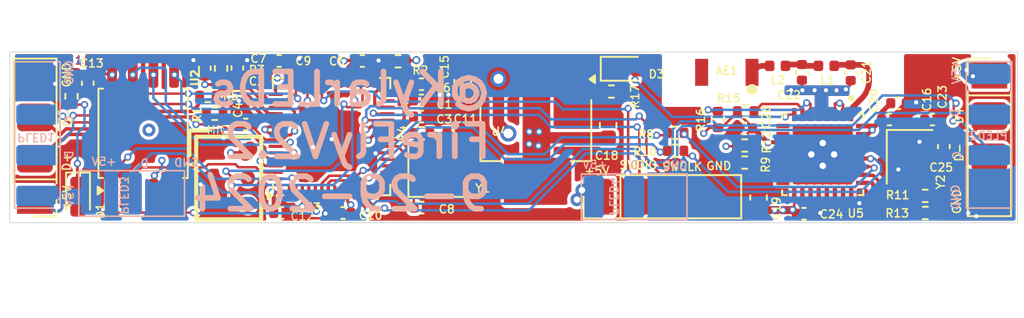
<source format=kicad_pcb>
(kicad_pcb (version 20240108) (generator "pcbnew") (generator_version "8.0")
  (layers (0 "F.Cu" signal) (1 "In1.Cu" signal) (2 "In2.Cu" signal) (31 "B.Cu" signal) (34 "B.Paste" user) (35 "F.Paste" user) (36 "B.SilkS" user "B.Silkscreen") (37 "F.SilkS" user "F.Silkscreen") (38 "B.Mask" user) (39 "F.Mask" user) (44 "Edge.Cuts" user))
  (net 0 "")
  (net 1 "GND")
  (net 2 "+3.3V")
  (net 3 "XIN")
  (net 4 "/esp32_wifi_section/XTAL_P")
  (net 5 "+5V")
  (net 6 "MIC_PDM_DATA")
  (net 7 "RPI_STATUS_LED")
  (net 8 "ESP_STATUS_LED")
  (net 9 "SWCLK")
  (net 10 "SWDIO")
  (net 11 "/esp32_wifi_section/XTAL_N")
  (net 12 "/esp32_wifi_section/IO2")
  (net 13 "/esp32_wifi_section/IO8")
  (net 14 "/esp32_wifi_section/IO9")
  (net 15 "MIC_PDM_CLK")
  (net 16 "XOUT")
  (net 17 "QSPI_SS")
  (net 18 "unconnected-(U3-GPIO22-Pad34)")
  (net 19 "QSPI_SD0")
  (net 20 "QSPI_SD3")
  (net 21 "QSPI_SD1")
  (net 22 "QSPI_SD2")
  (net 23 "Net-(U3-VREG_VOUT)")
  (net 24 "QSPI_CLK")
  (net 25 "/UART1_RX")
  (net 26 "Net-(U3-ADC_AVDD)")
  (net 27 "Net-(C11-Pad1)")
  (net 28 "Net-(U5-CHIP_EN)")
  (net 29 "Net-(C22-Pad1)")
  (net 30 "Net-(D1-K)")
  (net 31 "Net-(U3-RUN)")
  (net 32 "Net-(U5-U0TXD)")
  (net 45 "/esp32_wifi_section/_USB_D+")
  (net 46 "/esp32_wifi_section/_USB_D-")
  (net 47 "/esp32_wifi_section/USB_D-")
  (net 48 "/esp32_wifi_section/USB_D+")
  (net 49 "Net-(AE1-A)")
  (net 50 "Net-(D3-K)")
  (net 63 "RPI_USB_P")
  (net 64 "RPI_USB_N")
  (net 65 "/_RPI_USB_P")
  (net 66 "/_RPI_USB_N")
  (net 67 "/esp32_wifi_section/LNA_IN")
  (net 68 "Net-(U5-U0RXD)")
  (net 69 "LED_1_C")
  (net 70 "LED_1_D")
  (net 71 "LED_2_C")
  (net 72 "LED_2_D")
  (net 73 "LED_4_C")
  (net 74 "LED_4_D")
  (net 75 "LED_3_D")
  (net 76 "LED_3_C")
  (net 84 "/UART1_TX")
  (footprint "Crystal:Crystal_SMD_2520-4Pin_2.5x2.0mm" (layer "F.Cu") (at 161.34 82.245 -90)
    (property "Reference" "Y2")
    (property "Value" "40MHz, X252040MMB4SI")
  )
  (footprint "Package_SO:SOIC-8_5.275x5.275mm_P1.27mm" (layer "F.Cu") (at 114.1925 80.8 90)
    (property "Reference" "U2")
    (property "Value" "W25Q128JVS")
  )
  (footprint "Resistor_SMD:R_0402_1005Metric" (layer "F.Cu") (at 118.5975 79.6)
    (property "Reference" "R1")
    (property "Value" "22R")
  )
  (footprint "External_Library:USB_PROG_PAD" (layer "F.Cu") (at 166.25 77.1975)
    (property "Reference" "J2" (hide yes))
    (property "Value" "PROG")
  )
  (footprint "LED_SMD:LED_0603_1608Metric" (layer "F.Cu") (at 110.1875 84.7 -90)
    (property "Reference" "D1")
    (property "Value" "LED, Yellow")
  )
  (footprint "Resistor_SMD:R_0402_1005Metric" (layer "F.Cu") (at 129.88 76.37 180)
    (property "Reference" "R2")
    (property "Value" "10K")
  )
  (footprint "Resistor_SMD:R_0402_1005Metric" (layer "F.Cu") (at 151.2 82.6)
    (property "Reference" "R9")
    (property "Value" "10K")
  )
  (footprint "Resistor_SMD:R_0402_1005Metric" (layer "F.Cu") (at 118.9875 76.81 -90)
    (property "Reference" "R3")
    (property "Value" "200R")
  )
  (footprint "Capacitor_SMD:C_0402_1005Metric" (layer "F.Cu") (at 131.3175 77.78)
    (property "Reference" "C6")
    (property "Value" "1u")
  )
  (footprint "Capacitor_SMD:C_0603_1608Metric" (layer "F.Cu") (at 152.05 84.75 90)
    (property "Reference" "C19")
    (property "Value" "10uF")
  )
  (footprint "Capacitor_SMD:C_0402_1005Metric" (layer "F.Cu") (at 163.45 81.62 -90)
    (property "Reference" "C25")
    (property "Value" "10pF")
  )
  (footprint "Resistor_SMD:R_0402_1005Metric" (layer "F.Cu") (at 143 78.23 180)
    (property "Reference" "R17")
    (property "Value" "220R")
  )
  (footprint "Resistor_SMD:R_0402_1005Metric" (layer "F.Cu") (at 151.26 79.45)
    (property "Reference" "R15")
    (property "Value" "10K")
  )
  (footprint "Capacitor_SMD:C_0402_1005Metric" (layer "F.Cu") (at 157.72 77.07 -90)
    (property "Reference" "C21")
    (property "Value" "1.5pF")
  )
  (footprint "Resistor_SMD:R_0402_1005Metric" (layer "F.Cu") (at 109.7875 78.525 -90)
    (property "Reference" "R6" (hide yes))
    (property "Value" "220R")
  )
  (footprint "Capacitor_SMD:C_0402_1005Metric" (layer "F.Cu") (at 122.56 76.35)
    (property "Reference" "C9")
    (property "Value" "100n")
  )
  (footprint "Capacitor_SMD:C_0402_1005Metric" (layer "F.Cu") (at 154.85 85.75)
    (property "Reference" "C24")
    (property "Value" "100n")
  )
  (footprint "Capacitor_SMD:C_0402_1005Metric" (layer "F.Cu") (at 131.3075 78.78)
    (property "Reference" "C1")
    (property "Value" "100n")
  )
  (footprint "Capacitor_SMD:C_0402_1005Metric" (layer "F.Cu") (at 131.3075 79.77)
    (property "Reference" "C3")
    (property "Value" "100n")
  )
  (footprint "Capacitor_SMD:C_0402_1005Metric" (layer "F.Cu") (at 162.75 79.95 180)
    (property "Reference" "C23")
    (property "Value" "10pF")
  )
  (footprint "External_Library:ESP32-C3FH4" (layer "F.Cu") (at 156 82.1 -90)
    (property "Reference" "U5")
    (property "Value" "ESP32-C3FH4")
  )
  (footprint "Capacitor_SMD:C_0402_1005Metric" (layer "F.Cu") (at 131.34 85.37)
    (property "Reference" "C8")
    (property "Value" "15pF")
  )
  (footprint "Crystal:Crystal_SMD_3225-4Pin_3.2x2.5mm" (layer "F.Cu") (at 132.51 83.06)
    (property "Reference" "Y1")
    (property "Value" "12MHz, X322512MSB4SI")
  )
  (footprint "Resistor_SMD:R_0402_1005Metric" (layer "F.Cu") (at 146.9625 80.775)
    (property "Reference" "R8")
    (property "Value" "0R")
  )
  (footprint "External_Library:USB_PROG_PAD" (layer "F.Cu") (at 107.5375 84.9025 180)
    (property "Reference" "J1" (hide yes))
    (property "Value" "PROG")
  )
  (footprint "Capacitor_SMD:C_0402_1005Metric" (layer "F.Cu") (at 120.5075 80.26 180)
    (property "Reference" "C4")
    (property "Value" "100n")
  )
  (footprint "Resistor_SMD:R_0402_1005Metric" (layer "F.Cu") (at 146.9475 81.875)
    (property "Reference" "R10")
    (property "Value" "470R")
  )
  (footprint "Resistor_SMD:R_0402_1005Metric" (layer "F.Cu") (at 162.3 84.65 180)
    (property "Reference" "R11")
    (property "Value" "22R")
  )
  (footprint "Capacitor_SMD:C_0603_1608Metric" (layer "F.Cu") (at 133.85 77.65 -90)
    (property "Reference" "C15")
    (property "Value" "10uF")
  )
  (footprint "Capacitor_SMD:C_0402_1005Metric" (layer "F.Cu") (at 117.9875 76.8 90)
    (property "Reference" "C7")
    (property "Value" "1u")
  )
  (footprint "easyeda2kicad:LGA-6_L4.7-W3.8-P1.65_LMD4737T" (layer "F.Cu") (at 119.4575 83.55 -90)
    (property "Reference" "MIC1")
    (property "Value" "LMD4737T263-OY1")
  )
  (footprint "Capacitor_SMD:C_0402_1005Metric" (layer "F.Cu") (at 127.68 76.35)
    (property "Reference" "C5")
    (property "Value" "100n")
  )
  (footprint "Package_DFN_QFN:QFN-56-1EP_7x7mm_P0.4mm_EP3.2x3.2mm" (layer "F.Cu") (at 125.7875 81 90)
    (property "Reference" "U3")
    (property "Value" "RP2040")
  )
  (footprint "Inductor_SMD:L_0402_1005Metric" (layer "F.Cu") (at 153.22 76.65 180)
    (property "Reference" "L2")
    (property "Value" "6.8nH")
  )
  (footprint "Capacitor_SMD:C_0402_1005Metric" (layer "F.Cu") (at 160.1 79.95)
    (property "Reference" "C20")
    (property "Value" "100n")
  )
  (footprint "LED_SMD:LED_0603_1608Metric" (layer "F.Cu") (at 143.83 76.83)
    (property "Reference" "D3")
    (property "Value" "LED, RED")
  )
  (footprint "Capacitor_SMD:C_0402_1005Metric" (layer "F.Cu") (at 160.6625 78.95)
    (property "Reference" "C16")
    (property "Value" "100n")
  )
  (footprint "Resistor_SMD:R_0402_1005Metric" (layer "F.Cu") (at 118.1775 78.5)
    (property "Reference" "R5")
    (property "Value" "22R")
  )
  (footprint "Resistor_SMD:R_0402_1005Metric" (layer "F.Cu") (at 151.2 81.55)
    (property "Reference" "R12")
    (property "Value" "10K")
  )
  (footprint "Resistor_SMD:R_0402_1005Metric" (layer "F.Cu") (at 149.55 79.95 90)
    (property "Reference" "R16")
    (property "Value" "10K")
  )
  (footprint "Resistor_SMD:R_0402_1005Metric" (layer "F.Cu") (at 131.3275 80.8 180)
    (property "Reference" "R4")
    (property "Value" "1K")
  )
  (footprint "Resistor_SMD:R_0402_1005Metric" (layer "F.Cu") (at 162.31 85.7 180)
    (property "Reference" "R13")
    (property "Value" "22R")
  )
  (footprint "Capacitor_SMD:C_0402_1005Metric" (layer "F.Cu") (at 154.72 77.05 -90)
    (property "Reference" "C22")
    (property "Value" "1.5pF")
  )
  (footprint "Inductor_SMD:L_0402_1005Metric" (layer "F.Cu") (at 156.22 76.65 180)
    (property "Reference" "L1")
    (property "Value" "2.7nH")
  )
  (footprint "Capacitor_SMD:C_0402_1005Metric" (layer "F.Cu") (at 119.9875 76.78 90)
    (property "Reference" "C2")
    (property "Value" "2.2u")
  )
  (footprint "Capacitor_SMD:C_0402_1005Metric" (layer "F.Cu") (at 126.4875 85.7 180)
    (property "Reference" "C10")
    (property "Value" "100n")
  )
  (footprint "Capacitor_SMD:C_0603_1608Metric" (layer "F.Cu") (at 142.8 80.3 90)
    (property "Reference" "C18")
    (property "Value" "10uF")
  )
  (footprint "External_Library:USB_PROG_PAD" (layer "F.Cu") (at 142.285 84.7 90)
    (property "Reference" "J11" (hide yes))
    (property "Value" "PROG")
  )
  (footprint "Capacitor_SMD:C_0402_1005Metric" (layer "F.Cu") (at 133.3675 80.77)
    (property "Reference" "C11")
    (property "Value" "15pF")
  )
  (footprint "Capacitor_SMD:C_0402_1005Metric" (layer "F.Cu") (at 151.2 80.5 180)
    (property "Reference" "C26")
    (property "Value" "100n")
  )
  (footprint "Package_TO_SOT_SMD:SOT-223-3_TabPin2" (layer "F.Cu") (at 138.35 80.6 -90)
    (property "Reference" "U4")
    (property "Value" "AMS1117-3.3")
  )
  (footprint "Capacitor_SMD:C_0402_1005Metric" (layer "F.Cu") (at 122.7075 85.7)
    (property "Reference" "C12")
    (property "Value" "100n")
  )
  (footprint "External_Library:FILTER-SMD_1206-2P-L3.2-W1.6-L" (layer "F.Cu") (at 150.1 77.05 180)
    (property "Reference" "AE1")
    (property "Value" "RFANT3216120A5T")
  )
  (footprint "Capacitor_SMD:C_0402_1005Metric" (layer "F.Cu") (at 110.7875 77.72 -90)
    (property "Reference" "C13")
    (property "Value" "100n")
  )
  (footprint "External_Library:PIXEL-LED-PAD-3" (layer "B.Cu") (at 141.9 83.7 -90)
    (property "Reference" "J4" (hide yes))
    (property "Value" "PLED")
  )
  (footprint "External_Library:PIXEL-LED-PAD-4" (layer "B.Cu") (at 167.23 77.15 180)
    (property "Reference" "J6" (hide yes))
    (property "Value" "PLED")
  )
  (footprint "External_Library:PIXEL-LED-PAD-4" (layer "B.Cu") (at 106.6875 84.65)
    (property "Reference" "J9" (hide yes))
    (property "Value" "PLED")
  )
  (footprint "External_Library:PIXEL-LED-PAD-3" (layer "B.Cu") (at 110.9875 83.5 -90)
    (property "Reference" "J3" (hide yes))
    (property "Value" "PLED")
  )
  (gr_rect (start 105.9875 75.8) (end 167.9875 86.3) (stroke (width 0.05)) (fill none) (layer "Edge.Cuts"))
  (gr_text "1" (at 109.9375 76.6 0) (layer "F.Cu") (effects (font (size 0.5 0.5) (thickness 0.09) (bold yes)) (justify left bottom)))
  (gr_text "4" (at 109.9875 76.7 0) (layer "B.Cu") (effects (font (size 0.5 0.5) (thickness 0.09) (bold yes)) (justify left bottom)))
  (gr_text "D" (at 109.9375 81.8 90) (layer "B.SilkS") (effects (font (size 0.5 0.5) (thickness 0.09) (bold yes)) (justify left bottom mirror)))
  (gr_text "D" (at 144.7125 83.05 0) (layer "B.SilkS") (effects (font (size 0.5 0.5) (thickness 0.09) (bold yes)) (justify left bottom mirror)))
  (gr_text "GND" (at 147.7375 83.075 0) (layer "B.SilkS") (effects (font (size 0.5 0.5) (thickness 0.09) (bold yes)) (justify left bottom mirror)))
  (gr_text "C" (at 164.56 81.84 90) (layer "B.SilkS") (effects (font (size 0.5 0.5) (thickness 0.09) (bold yes)) (justify left bottom mirror)))
  (gr_text "PLED2" (at 167.4375 81.24 0) (layer "B.SilkS") (effects (font (size 0.5 0.5) (thickness 0.09) (bold yes)) (justify left bottom mirror)))
  (gr_text "@KylarLEDs\nFireFlyV2.2\n9-29-2024" (at 135.7875 85.7 0) (layer "B.SilkS") (effects (font (size 2 2) (thickness 0.35) (bold yes)) (justify left bottom mirror)))
  (gr_text "+5V" (at 112.6125 82.83 0) (layer "B.SilkS") (effects (font (size 0.5 0.5) (thickness 0.09) (bold yes)) (justify left bottom mirror)))
  (gr_text "D" (at 114.5875 82.95 0) (layer "B.SilkS") (effects (font (size 0.5 0.5) (thickness 0.09) (bold yes)) (justify left bottom mirror)))
  (gr_text "GND" (at 164.4625 83.9 90) (layer "B.SilkS") (effects (font (size 0.5 0.5) (thickness 0.09) (bold yes)) (justify left bottom mirror)))
  (gr_text "+5V" (at 164.5125 76.2 90) (layer "B.SilkS") (effects (font (size 0.5 0.5) (thickness 0.09) (bold yes)) (justify left bottom mirror)))
  (gr_text "+5V" (at 142.8125 83.025 0) (layer "B.SilkS") (effects (font (size 0.5 0.5) (thickness 0.09) (bold yes)) (justify left bottom mirror)))
  (gr_text "PLED3" (at 112.71 85.85 -90) (layer "B.SilkS") (effects (font (size 0.5 0.5) (thickness 0.09) (bold yes)) (justify left bottom mirror)))
  (gr_text "PLED4" (at 142.8375 85.9 -90) (layer "B.SilkS") (effects (font (size 0.5 0.5) (thickness 0.09) (bold yes)) (justify left bottom mirror)))
  (gr_text "D" (at 164.4125 79.225 90) (layer "B.SilkS") (effects (font (size 0.5 0.5) (thickness 0.09) (bold yes)) (justify left bottom mirror)))
  (gr_text "C" (at 109.9375 79.65 90) (layer "B.SilkS") (effects (font (size 0.5 0.5) (thickness 0.09) (bold yes)) (justify left bottom mirror)))
  (gr_text "GND" (at 117.6875 82.9 0) (layer "B.SilkS") (effects (font (size 0.5 0.5) (thickness 0.09) (bold yes)) (justify left bottom mirror)))
  (gr_text "PLED1" (at 106.3875 80.75 180) (layer "B.SilkS") (effects (font (size 0.5 0.5) (thickness 0.09) (bold yes)) (justify left bottom mirror)))
  (gr_text "+5V" (at 109.9625 83.725 90) (layer "B.SilkS") (effects (font (size 0.5 0.5) (thickness 0.09) (bold yes)) (justify left bottom mirror)))
  (gr_text "GND" (at 109.9375 76.25 90) (layer "B.SilkS") (effects (font (size 0.5 0.5) (thickness 0.09) (bold yes)) (justify left bottom mirror)))
  (gr_text "D-" (at 164.6875 82.6 90) (layer "F.SilkS") (effects (font (size 0.5 0.5) (thickness 0.09) (bold yes)) (justify left bottom)))
  (gr_text "D+" (at 164.6875 80.28 90) (layer "F.SilkS") (effects (font (size 0.5 0.5) (thickness 0.09) (bold yes)) (justify left bottom)))
  (gr_text "GND" (at 148.7875 83.1 0) (layer "F.SilkS") (effects (font (size 0.5 0.5) (thickness 0.09) (bold yes)) (justify left bottom)))
  (gr_text "+5V" (at 164.55 77.69 90) (layer "F.SilkS") (effects (font (size 0.5 0.5) (thickness 0.09) (bold yes)) (justify left bottom)))
  (gr_text "SWCLK" (at 146.0625 83.15 0) (layer "F.SilkS") (effects (font (size 0.5 0.5) (thickness 0.09) (bold yes)) (justify left bottom)))
  (gr_text "GND" (at 109.7875 78.03 90) (layer "F.SilkS") (effects (font (size 0.5 0.5) (thickness 0.09) (bold yes)) (justify left bottom)))
  (gr_text "SWDIO" (at 143.4375 83.05 0) (layer "F.SilkS") (effects (font (size 0.5 0.5) (thickness 0.09) (bold yes)) (justify left bottom)))
  (gr_text "D+" (at 109.7875 83.175 90) (layer "F.SilkS") (effects (font (size 0.5 0.5) (thickness 0.09) (bold yes)) (justify left bottom)))
  (gr_text "+5V" (at 141.2875 83.4 0) (layer "F.SilkS") (effects (font (size 0.5 0.5) (thickness 0.09) (bold yes)) (justify left bottom)))
  (gr_text "GND" (at 164.54 85.82 90) (layer "F.SilkS") (effects (font (size 0.5 0.5) (thickness 0.09) (bold yes)) (justify left bottom)))
  (gr_text "+5V" (at 109.8125 85.6 90) (layer "F.SilkS") (effects (font (size 0.5 0.5) (thickness 0.09) (bold yes)) (justify left bottom)))
  (gr_text "D-" (at 109.8375 80.45 90) (layer "F.SilkS") (effects (font (size 0.5 0.5) (thickness 0.09) (bold yes)) (justify left bottom)))
  (segment (start 132.44 78.425) (end 132.1425 78.425) (width 0.5) (layer "F.Cu") (net 1))
  (segment (start 155.33 85.75) (end 155.8 85.75) (width 0.156464) (layer "F.Cu") (net 1))
  (segment (start 131.7875 79.77) (end 131.7875 77.79) (width 0.5) (layer "F.Cu") (net 1))
  (segment (start 157.426074 78.097103) (end 157.72 77.803177) (width 0.156464) (layer "F.Cu") (net 1))
  (segment (start 156.2 78.15) (end 156.200002 78.150002) (width 0.156464) (layer "F.Cu") (net 1))
  (segment (start 131.7875 77.79) (end 131.7975 77.78) (width 0.5) (layer "F.Cu") (net 1))
  (segment (start 119.140231 81.069769) (end 119.117731 81.069769) (width 0.156464) (layer "F.Cu") (net 1))
  (segment (start 156.902899 78.097103) (end 156.85 78.150002) (width 0.156464) (layer "F.Cu") (net 1))
  (segment (start 155.8 85.75) (end 155.85 85.7) (width 0.156464) (layer "F.Cu") (net 1))
  (segment (start 125.44 85.7) (end 125.41 85.73) (width 0.156464) (layer "F.Cu") (net 1))
  (segment (start 125.41 85.73) (end 125.41 85.7775) (width 0.156464) (layer "F.Cu") (net 1))
  (segment (start 129.225 82) (end 128.52 82) (width 0.156464) (layer "F.Cu") (net 1))
  (segment (start 108.465 77.76) (end 108.7875 77.76) (width 0.6) (layer "F.Cu") (net 1))
  (segment (start 161.1425 78.95) (end 161.7 78.95) (width 0.3) (layer "F.Cu") (net 1))
  (segment (start 134.75 81.3) (end 134.22 80.77) (width 0.254) (layer "F.Cu") (net 1))
  (segment (start 132.1475 85.35) (end 133.6175 83.88) (width 0.254) (layer "F.Cu") (net 1))
  (segment (start 160.58 79.95) (end 160.58 79.5125) (width 0.3) (layer "F.Cu") (net 1))
  (segment (start 128.67 76.33) (end 128.4275 76.33) (width 0.156464) (layer "F.Cu") (net 1))
  (segment (start 120.5875 76.3) (end 119.9875 76.3) (width 0.156464) (layer "F.Cu") (net 1))
  (segment (start 125.7875 81.162) (end 125.9495 81) (width 0.156464) (layer "F.Cu") (net 1))
  (segment (start 132.1425 78.425) (end 131.7875 78.78) (width 0.5) (layer "F.Cu") (net 1))
  (segment (start 133.6175 83.88) (end 133.87 83.88) (width 0.254) (layer "F.Cu") (net 1))
  (segment (start 118.2975 83.8825) (end 117.7875 83.8825) (width 0.156464) (layer "F.Cu") (net 1))
  (segment (start 123.511306 86.023806) (end 123.1875 85.7) (width 0.156464) (layer "F.Cu") (net 1))
  (segment (start 133.85 78.425) (end 132.98 78.425) (width 0.5) (layer "F.Cu") (net 1))
  (segment (start 155.5 78.15) (end 156.2 78.15) (width 0.156464) (layer "F.Cu") (net 1))
  (segment (start 163.2 79.98) (end 163.23 79.95) (width 0.3) (layer "F.Cu") (net 1))
  (segment (start 161.95 81.325) (end 163.015 81.325) (width 0.3) (layer "F.Cu") (net 1))
  (segment (start 143.51 78.72) (end 143.51 78.2) (width 0.2) (layer "F.Cu") (net 1))
  (segment (start 120.0275 78.855601) (end 120.0275 80.26) (width 0.156464) (layer "F.Cu") (net 1))
  (segment (start 156.200002 78.150002) (end 156.85 78.150002) (width 0.156464) (layer "F.Cu") (net 1))
  (segment (start 125.41 85.7775) (end 125.163694 86.023806) (width 0.156464) (layer "F.Cu") (net 1))
  (segment (start 120.086792 78.796309) (end 120.0275 78.855601) (width 0.156464) (layer "F.Cu") (net 1))
  (segment (start 161.8625 81.325) (end 161.95 81.325) (width 0.3) (layer "F.Cu") (net 1))
  (segment (start 131.9175 82.18) (end 133.6175 83.88) (width 0.254) (layer "F.Cu") (net 1))
  (segment (start 161.7 78.95) (end 161.75 78.9) (width 0.3) (layer "F.Cu") (net 1))
  (segment (start 154.72 78.12) (end 154.75 78.15) (width 0.156464) (layer "F.Cu") (net 1))
  (segment (start 117.9075 76.3) (end 117.9875 76.22) (width 0.254) (layer "F.Cu") (net 1))
  (segment (start 126.0075 85.7) (end 125.44 85.7) (width 0.156464) (layer "F.Cu") (net 1))
  (segment (start 123.7875 76.2) (end 123.18 76.2) (width 0.156464) (layer "F.Cu") (net 1))
  (segment (start 117.7875 83.8825) (end 117.73 83.94) (width 0.156464) (layer "F.Cu") (net 1))
  (segment (start 119.159769 81.069769) (end 119.140231 81.069769) (width 0.156464) (layer "F.Cu") (net 1))
  (segment (start 134.75 83) (end 134.75 81.3) (width 0.254) (layer "F.Cu") (net 1))
  (segment (start 160.58 79.5125) (end 161.1425 78.95) (width 0.3) (layer "F.Cu") (net 1))
  (segment (start 125.163694 86.023806) (end 123.511306 86.023806) (width 0.156464) (layer "F.Cu") (net 1))
  (segment (start 132.98 78.425) (end 132.44 78.425) (width 0.5) (layer "F.Cu") (net 1))
  (segment (start 157.426074 78.097103) (end 156.902899 78.097103) (width 0.156464) (layer "F.Cu") (net 1))
  (segment (start 131.4175 82.18) (end 131.9175 82.18) (width 0.254) (layer "F.Cu") (net 1))
  (segment (start 163.2 81.14) (end 163.2 79.98) (width 0.3) (layer "F.Cu") (net 1))
  (segment (start 128.52 82) (end 128.49 82.03) (width 0.156464) (layer "F.Cu") (net 1))
  (segment (start 133.87 83.88) (end 134.75 83) (width 0.254) (layer "F.Cu") (net 1))
  (segment (start 131.7975 85.35) (end 132.1475 85.35) (width 0.254) (layer "F.Cu") (net 1))
  (segment (start 125.9495 81) (end 126.9495 82) (width 0.156464) (layer "F.Cu") (net 1))
  (segment (start 157.72 77.803177) (end 157.72 77.55) (width 0.156464) (layer "F.Cu") (net 1))
  (segment (start 117.2875 76.3) (end 117.9075 76.3) (width 0.254) (layer "F.Cu") (net 1))
  (segment (start 123.18 76.2) (end 123.08 76.3) (width 0.156464) (layer "F.Cu") (net 1))
  (segment (start 154.75 78.15) (end 155.5 78.15) (width 0.156464) (layer "F.Cu") (net 1))
  (segment (start 163.015 81.325) (end 163.2 81.14) (width 0.3) (layer "F.Cu") (net 1))
  (segment (start 154.05 78.15) (end 154.75 78.15) (width 0.156464) (layer "F.Cu") (net 1))
  (segment (start 107.9375 77.2325) (end 108.465 77.76) (width 0.6) (layer "F.Cu") (net 1))
  (segment (start 154.72 77.53) (end 154.72 78.12) (width 0.156464) (layer "F.Cu") (net 1))
  (segment (start 142.8 79.43) (end 143.51 78.72) (width 0.2) (layer "F.Cu") (net 1))
  (segment (start 142.8 79.525) (end 142.8 79.43) (width 0.2) (layer "F.Cu") (net 1))
  (segment (start 119.117731 81.069769) (end 118.2875 81.9) (width 0.156464) (layer "F.Cu") (net 1))
  (segment (start 128.68 76.32) (end 128.67 76.33) (width 0.156464) (layer "F.Cu") (net 1))
  (segment (start 134.22 80.77) (end 133.8475 80.77) (width 0.254) (layer "F.Cu") (net 1))
  (via (at 156.85 78.150002) (size 0.45) (drill 0.254) (layers "F.Cu" "B.Cu") (net 1))
  (via (at 132.98 78.425) (size 0.45) (drill 0.254) (layers "F.Cu" "B.Cu") (net 1))
  (via (at 158.252177 85.1) (size 0.45) (drill 0.254) (layers "F.Cu" "B.Cu") (net 1))
  (via (at 156.200002 78.150002) (size 0.45) (drill 0.254) (layers "F.Cu" "B.Cu") (net 1))
  (via (at 108.7875 77.76) (size 0.45) (drill 0.254) (layers "F.Cu" "B.Cu") (net 1))
  (via (at 119.140231 81.069769) (size 0.45) (drill 0.254) (layers "F.Cu" "B.Cu") (net 1))
  (via (at 155.5 78.15) (size 0.45) (drill 0.254) (layers "F.Cu" "B.Cu") (net 1))
  (via (at 125.41 85.73) (size 0.45) (drill 0.254) (layers "F.Cu" "B.Cu") (net 1))
  (via (at 128.49 82.03) (size 0.45) (drill 0.254) (layers "F.Cu" "B.Cu") (net 1))
  (via (at 165.45 85.9) (size 0.45) (drill 0.254) (layers "F.Cu" "B.Cu") (net 1))
  (via (at 164.95 85.7) (size 0.45) (drill 0.254) (layers "F.Cu" "B.Cu") (net 1))
  (via (at 123.7875 76.2) (size 0.45) (drill 0.254) (layers "F.Cu" "B.Cu") (net 1))
  (via (at 132.44 78.425) (size 0.45) (drill 0.254) (layers "F.Cu" "B.Cu") (net 1))
  (via (at 154.05 78.15) (size 0.45) (drill 0.254) (layers "F.Cu" "B.Cu") (net 1))
  (via (at 161.95 81.325) (size 0.45) (drill 0.254) (layers "F.Cu" "B.Cu") (net 1))
  (via (at 155.85 85.7) (size 0.45) (drill 0.254) (layers "F.Cu" "B.Cu") (net 1))
  (via (at 120.5875 76.3) (size 0.45) (drill 0.254) (layers "F.Cu" "B.Cu") (net 1))
  (via (at 124.65 81.65) (size 0.45) (drill 0.254) (layers "F.Cu" "B.Cu") (net 1))
  (via (at 154.75 78.15) (size 0.45) (drill 0.254) (layers "F.Cu" "B.Cu") (net 1))
  (via (at 125.7875 81.162) (size 0.45) (drill 0.254) (layers "F.Cu" "B.Cu") (net 1))
  (via (at 108.7875 76.499998) (size 0.45) (drill 0.254) (layers "F.Cu" "B.Cu") (net 1))
  (via (at 117.2875 76.3) (size 0.45) (drill 0.254) (layers "F.Cu" "B.Cu") (net 1))
  (via (at 120.086792 78.796309) (size 0.45) (drill 0.254) (layers "F.Cu" "B.Cu") (net 1))
  (via (at 117.73 83.94) (size 0.45) (drill 0.254) (layers "F.Cu" "B.Cu") (net 1))
  (via (at 160.65 83.025) (size 0.45) (drill 0.254) (layers "F.Cu" "B.Cu") (net 1))
  (via (at 161.75 78.9) (size 0.45) (drill 0.254) (layers "F.Cu" "B.Cu") (net 1))
  (via (at 128.68 76.32) (size 0.45) (drill 0.254) (layers "F.Cu" "B.Cu") (net 1))
  (via (at 157.426074 78.097103) (size 0.45) (drill 0.254) (layers "F.Cu" "B.Cu") (net 1))
  (segment (start 108.25 77.2) (end 108.7875 76.6625) (width 0.6) (layer "B.Cu") (net 1))
  (segment (start 108.7875 76.6625) (end 108.7875 76.499998) (width 0.6) (layer "B.Cu") (net 1))
  (segment (start 151.68 80.5) (end 151.749997 80.5) (width 0.3) (layer "F.Cu") (net 2))
  (segment (start 152.05 85.525) (end 153.05 85.525) (width 0.5) (layer "F.Cu") (net 2))
  (segment (start 159.22 80.35) (end 159.62 79.95) (width 0.3) (layer "F.Cu") (net 2))
  (segment (start 129.225 80.8) (end 129.85 80.8) (width 0.2) (layer "F.Cu") (net 2))
  (segment (start 119.5875 82) (end 120.5275 82) (width 0.2) (layer "F.Cu") (net 2))
  (segment (start 118.9875 77.8) (end 119.0875 77.7) (width 0.1778) (layer "F.Cu") (net 2))
  (segment (start 154.125008 85.525) (end 154.150008 85.5) (width 0.5) (layer "F.Cu") (net 2))
  (segment (start 159.62 79.95) (end 159.62 79.5125) (width 0.3) (layer "F.Cu") (net 2))
  (segment (start 123.1818 77.5682) (end 123.1818 78.5882) (width 0.1524) (layer "F.Cu") (net 2))
  (segment (start 158.8 80.35) (end 158.45 80.35) (width 0.254) (layer "F.Cu") (net 2))
  (segment (start 137.94 81.46) (end 138.03 81.46) (width 0.7) (layer "F.Cu") (net 2))
  (segment (start 152.650001 81.35) (end 152.624999 81.375002) (width 0.254) (layer "F.Cu") (net 2))
  (segment (start 121.685829 80.565555) (end 121.920274 80.8) (width 0.1524) (layer "F.Cu") (net 2))
  (segment (start 157.25 79.03) (end 157.17 78.95) (width 0.1524) (layer "F.Cu") (net 2))
  (segment (start 126.775 84.8875) (end 126.775 85) (width 0.156464) (layer "F.Cu") (net 2))
  (segment (start 122.2275 85.7) (end 122.2275 84.517964) (width 0.254) (layer "F.Cu") (net 2))
  (segment (start 138.03 81.46) (end 138.415 81.075) (width 0.7) (layer "F.Cu") (net 2))
  (segment (start 117.9875 77.8) (end 117.9875 77.18) (width 0.1524) (layer "F.Cu") (net 2))
  (segment (start 153.55 85.525) (end 154.125008 85.525) (width 0.5) (layer "F.Cu") (net 2))
  (segment (start 154.37 85.719992) (end 154.150008 85.5) (width 0.156464) (layer "F.Cu") (net 2))
  (segment (start 156.75 78.97) (end 156.77 78.95) (width 0.1524) (layer "F.Cu") (net 2))
  (segment (start 158.45 80.35) (end 159.22 80.35) (width 0.3) (layer "F.Cu") (net 2))
  (segment (start 120.8875 77.7) (end 121.6966 78.5091) (width 0.1778) (layer "F.Cu") (net 2))
  (segment (start 126.9675 85.2) (end 126.9675 85.7) (width 0.2) (layer "F.Cu") (net 2))
  (segment (start 126.7875 76.7325) (end 127.2 76.32) (width 0.2) (layer "F.Cu") (net 2))
  (segment (start 157.17 78.95) (end 156.77 78.95) (width 0.1524) (layer "F.Cu") (net 2))
  (segment (start 123.1818 78.5882) (end 122.97 78.8) (width 0.1524) (layer "F.Cu") (net 2))
  (segment (start 150.69 81.55) (end 150.69 81.49) (width 0.156464) (layer "F.Cu") (net 2))
  (segment (start 122.2275 84.517964) (end 122.12 84.410464) (width 0.254) (layer "F.Cu") (net 2))
  (segment (start 121.935074 78.8) (end 122.35 78.8) (width 0.1778) (layer "F.Cu") (net 2))
  (segment (start 150.69 81.49) (end 151.68 80.5) (width 0.156464) (layer "F.Cu") (net 2))
  (segment (start 151.749997 80.5) (end 152.624999 81.375002) (width 0.3) (layer "F.Cu") (net 2))
  (segment (start 150.64 81.6) (end 150.05 81.6) (width 0.156464) (layer "F.Cu") (net 2))
  (segment (start 149.55 80.46) (end 149.78 80.46) (width 0.156464) (layer "F.Cu") (net 2))
  (segment (start 158.45 80.85) (end 158.8 80.85) (width 0.254) (layer "F.Cu") (net 2))
  (segment (start 112.2875 77.2) (end 112.2375 77.15) (width 0.1778) (layer "F.Cu") (net 2))
  (segment (start 121.6966 78.5091) (end 121.6966 78.561526) (width 0.1778) (layer "F.Cu") (net 2))
  (segment (start 154.25 84.55) (end 154.25 85.400008) (width 0.156464) (layer "F.Cu") (net 2))
  (segment (start 153.05 85.525) (end 153.55 85.525) (width 0.5) (layer "F.Cu") (net 2))
  (segment (start 117.9875 77.8) (end 118.9875 77.8) (width 0.1778) (layer "F.Cu") (net 2))
  (segment (start 121.851384 80.4) (end 122.35 80.4) (width 0.1524) (layer "F.Cu") (net 2))
  (segment (start 151.68 80.44) (end 150.74 79.5) (width 0.156464) (layer "F.Cu") (net 2))
  (segment (start 121.9875 84.4375) (end 123.1875 84.4375) (width 0.2) (layer "F.Cu") (net 2))
  (segment (start 128.47 80.8) (end 128.04 81.23) (width 0.2) (layer "F.Cu") (net 2))
  (segment (start 110.8775 77.15) (end 110.7875 77.24) (width 0.1778) (layer "F.Cu") (net 2))
  (segment (start 122.45 77.4) (end 123.025 77.4) (width 0.156464) (layer "F.Cu") (net 2))
  (segment (start 118.9875 77.8) (end 118.9875 77.32) (width 0.1778) (layer "F.Cu") (net 2))
  (segment (start 156.75 78.97) (end 157.15 78.97) (width 0.1524) (layer "F.Cu") (net 2))
  (segment (start 119.6662 77.7559) (end 120.3088 77.7559) (width 0.1778) (layer "F.Cu") (net 2))
  (segment (start 159.62 79.5125) (end 160.1825 78.95) (width 0.3) (layer "F.Cu") (net 2))
  (segment (start 120.5275 82) (end 120.6275 81.9) (width 0.1524) (layer "F.Cu") (net 2))
  (segment (start 154.37 85.75) (end 154.37 85.719992) (width 0.156464) (layer "F.Cu") (net 2))
  (segment (start 151.68 80.5) (end 151.68 80.44) (width 0.156464) (layer "F.Cu") (net 2))
  (segment (start 126.7875 84.875) (end 126.775 84.8875) (width 0.156464) (layer "F.Cu") (net 2))
  (segment (start 126.7875 84.4375) (end 126.7875 84.875) (width 0.156464) (layer "F.Cu") (net 2))
  (segment (start 129.225 80.8) (end 128.47 80.8) (width 0.2) (layer "F.Cu") (net 2))
  (segment (start 157.035947 78.95) (end 156.77 78.95) (width 0.1524) (layer "F.Cu") (net 2))
  (segment (start 121.6966 78.561526) (end 121.935074 78.8) (width 0.1778) (layer "F.Cu") (net 2))
  (segment (start 150.69 81.55) (end 150.64 81.6) (width 0.156464) (layer "F.Cu") (net 2))
  (segment (start 127.2 76.32) (end 126.58 76.32) (width 0.2) (layer "F.Cu") (net 2))
  (segment (start 119.6103 77.7) (end 119.6662 77.7559) (width 0.1778) (layer "F.Cu") (net 2))
  (segment (start 149.015 80.46) (end 148.675 80.8) (width 0.156464) (layer "F.Cu") (net 2))
  (segment (start 153.55 81.35) (end 152.650001 81.35) (width 0.254) (layer "F.Cu") (net 2))
  (segment (start 123.025 77.4) (end 123.1875 77.5625) (width 0.156464) (layer "F.Cu") (net 2))
  (segment (start 119.0875 77.7) (end 119.6103 77.7) (width 0.1778) (layer "F.Cu") (net 2))
  (segment (start 157.15 78.97) (end 157.17 78.95) (width 0.1524) (layer "F.Cu") (net 2))
  (segment (start 154.25 85.400008) (end 154.150008 85.5) (width 0.156464) (layer "F.Cu") (net 2))
  (segment (start 112.2375 77.15) (end 110.8775 77.15) (width 0.1778) (layer "F.Cu") (net 2))
  (segment (start 149.78 80.46) (end 150.74 79.5) (width 0.156464) (layer "F.Cu") (net 2))
  (segment (start 120.3647 77.7) (end 120.8875 77.7) (width 0.1778) (layer "F.Cu") (net 2))
  (segment (start 126.9675 85.1925) (end 126.9675 85.2) (width 0.2) (layer "F.Cu") (net 2))
  (segment (start 126.7875 77.5625) (end 126.7875 76.7325) (width 0.2) (layer "F.Cu") (net 2))
  (segment (start 130.3775 76.33) (end 130.97 76.33) (width 0.2) (layer "F.Cu") (net 2))
  (segment (start 159.05 80.6) (end 158.8 80.35) (width 0.254) (layer "F.Cu") (net 2))
  (segment (start 130.97 76.33) (end 131 76.3) (width 0.2) (layer "F.Cu") (net 2))
  (segment (start 126.58 76.32) (end 126.55 76.35) (width 0.2) (layer "F.Cu") (net 2))
  (segment (start 122.97 78.8) (end 122.35 78.8) (width 0.1524) (layer "F.Cu") (net 2))
  (segment (start 126.775 85) (end 126.9675 85.1925) (width 0.2) (layer "F.Cu") (net 2))
  (segment (start 123.1875 77.5625) (end 123.1818 77.5682) (width 0.1524) (layer "F.Cu") (net 2))
  (segment (start 157.25 79.65) (end 157.25 79.03) (width 0.1524) (layer "F.Cu") (net 2))
  (segment (start 150.69 82.6) (end 150.69 81.55) (width 0.156464) (layer "F.Cu") (net 2))
  (segment (start 156.75 79.65) (end 156.75 78.97) (width 0.1524) (layer "F.Cu") (net 2))
  (segment (start 129.85 80.8) (end 130.8275 79.8225) (width 0.2) (layer "F.Cu") (net 2))
  (segment (start 120.3088 77.7559) (end 120.3647 77.7) (width 0.1778) (layer "F.Cu") (net 2))
  (segment (start 149.55 80.46) (end 149.015 80.46) (width 0.156464) (layer "F.Cu") (net 2))
  (segment (start 138.415 81.075) (end 142.8 81.075) (width 0.7) (layer "F.Cu") (net 2))
  (segment (start 121.920274 80.8) (end 122.35 80.8) (width 0.1524) (layer "F.Cu") (net 2))
  (segment (start 130.8275 79.8225) (end 130.8275 79.77) (width 0.2) (layer "F.Cu") (net 2))
  (segment (start 158.8 80.85) (end 159.05 80.6) (width 0.254) (layer "F.Cu") (net 2))
  (segment (start 121.685829 80.565555) (end 121.851384 80.4) (width 0.1524) (layer "F.Cu") (net 2))
  (via (at 148.675 80.8) (size 0.45) (drill 0.254) (layers "F.Cu" "B.Cu") (net 2))
  (via (at 126.55 76.35) (size 0.45) (drill 0.254) (layers "F.Cu" "B.Cu") (net 2))
  (via (at 153.05 85.525) (size 0.45) (drill 0.254) (layers "F.Cu" "B.Cu") (net 2))
  (via (at 122.45 77.4) (size 0.45) (drill 0.254) (layers "F.Cu" "B.Cu") (net 2))
  (via (at 152.625 81.375) (size 0.45) (drill 0.254) (layers "F.Cu" "B.Cu") (net 2))
  (via (at 138.55 80.7) (size 0.45) (drill 0.254) (layers "F.Cu" "B.Cu") (net 2))
  (via (at 157.035947 78.95) (size 0.45) (drill 0.254) (layers "F.Cu" "B.Cu") (net 2))
  (via (at 138.51 81.57) (size 0.45) (drill 0.254) (layers "F.Cu" "B.Cu") (net 2))
  (via (at 117.9875 77.8) (size 0.45) (drill 0.254) (layers "F.Cu" "B.Cu") (net 2))
  (via (at 137.94 81.46) (size 0.45) (drill 0.254) (layers "F.Cu" "B.Cu") (net 2))
  (via (at 137.95 80.7) (size 0.45) (drill 0.254) (layers "F.Cu" "B.Cu") (net 2))
  (via (at 159.05 80.6) (size 0.45) (drill 0.254) (layers "F.Cu" "B.Cu") (net 2))
  (via (at 126.9675 85.2) (size 0.45) (drill 0.254) (layers "F.Cu" "B.Cu") (net 2))
  (via (at 121.685829 80.565555) (size 0.45) (drill 0.254) (layers "F.Cu" "B.Cu") (net 2))
  (via (at 131 76.3) (size 0.5) (drill 0.3) (layers "F.Cu" "B.Cu") (net 2))
  (via (at 154.150008 85.5) (size 0.45) (drill 0.254) (layers "F.Cu" "B.Cu") (net 2))
  (via (at 150.05 81.6) (size 0.45) (drill 0.254) (layers "F.Cu" "B.Cu") (net 2))
  (via (at 119.5875 82) (size 0.45) (drill 0.254) (layers "F.Cu" "B.Cu") (net 2))
  (via (at 128.04 81.23) (size 0.45) (drill 0.254) (layers "F.Cu" "B.Cu") (net 2))
  (via (at 153.55 85.525) (size 0.45) (drill 0.254) (layers "F.Cu" "B.Cu") (net 2))
  (via (at 112.2875 77.2) (size 0.45) (drill 0.254) (layers "F.Cu" "B.Cu") (net 2))
  (via (at 122.12 84.410464) (size 0.45) (drill 0.254) (layers "F.Cu" "B.Cu") (net 2))
  (segment (start 130.25 82.7125) (end 130.25 82) (width 0.156464) (layer "F.Cu") (net 3))
  (segment (start 130.8375 84.46) (end 131.4175 83.88) (width 0.156464) (layer "F.Cu") (net 3))
  (segment (start 129.85 81.6) (end 129.225 81.6) (width 0.156464) (layer "F.Cu") (net 3))
  (segment (start 130.8375 85.35) (end 130.8375 84.46) (width 0.156464) (layer "F.Cu") (net 3))
  (segment (start 131.4175 83.88) (end 130.25 82.7125) (width 0.156464) (layer "F.Cu") (net 3))
  (segment (start 130.25 82) (end 129.85 81.6) (width 0.156464) (layer "F.Cu") (net 3))
  (segment (start 160.4625 81.325) (end 160.4625 81.2436) (width 0.156464) (layer "F.Cu") (net 4))
  (segment (start 161.7561 79.95) (end 162.27 79.95) (width 0.156464) (layer "F.Cu") (net 4))
  (segment (start 160.4625 81.2436) (end 161.7561 79.95) (width 0.156464) (layer "F.Cu") (net 4))
  (segment (start 158.5 81.4) (end 158.45 81.35) (width 0.1524) (layer "F.Cu") (net 4))
  (segment (start 160.5625 81.4) (end 158.5 81.4) (width 0.1524) (layer "F.Cu") (net 4))
  (segment (start 136.05 80.199412) (end 136.660294 80.809706) (width 0.7) (layer "F.Cu") (net 5))
  (segment (start 166.4875 77.1975) (end 165.1475 77.1975) (width 1) (layer "F.Cu") (net 5))
  (segment (start 135.475 76.875) (end 136.05 77.45) (width 0.7) (layer "F.Cu") (net 5))
  (segment (start 136.05 77.45) (end 136.05 80.199412) (width 0.7) (layer "F.Cu") (net 5))
  (segment (start 133.85 76.875) (end 135.475 76.875) (width 0.7) (layer "F.Cu") (net 5))
  (segment (start 165.1475 77.1975) (end 164.85 76.9) (width 1) (layer "F.Cu") (net 5))
  (via (at 108.9 85.300002) (size 0.8) (drill 0.4) (layers "F.Cu" "B.Cu") (net 5))
  (via (at 164.85 76.9) (size 0.45) (drill 0.254) (layers "F.Cu" "B.Cu") (net 5))
  (via (at 165.240325 77.290325) (size 0.45) (drill 0.254) (layers "F.Cu" "B.Cu") (net 5))
  (via (at 140.88 84.88) (size 0.8) (drill 0.4) (layers "F.Cu" "B.Cu") (net 5))
  (via (at 136.660294 80.809706) (size 1) (drill 0.6) (layers "F.Cu" "B.Cu") (net 5))
  (via (at 141.1875 84.3) (size 0.8) (drill 0.4) (layers "F.Cu" "B.Cu") (net 5))
  (via (at 136.05 77.45) (size 1) (drill 0.6) (layers "F.Cu" "B.Cu") (net 5))
  (via (at 114.55 80.6) (size 0.8) (drill 0.4) (layers "F.Cu" "B.Cu") (net 5))
  (segment (start 166.4875 77.05) (end 165 77.05) (width 1) (layer "B.Cu") (net 5))
  (segment (start 165 77.05) (end 164.85 76.9) (width 1) (layer "B.Cu") (net 5))
  (segment (start 110.7875 84.7) (end 110.9875 84.5) (width 1) (layer "B.Cu") (net 5))
  (segment (start 108.25 84.7) (end 108.66 84.7) (width 0.6) (layer "B.Cu") (net 5))
  (segment (start 109.5 84.7) (end 110.7875 84.7) (width 1) (layer "B.Cu") (net 5))
  (segment (start 127.690232 79.049768) (end 127.690232 78.331792) (width 0.156464) (layer "F.Cu") (net 6))
  (segment (start 127.690232 78.331792) (end 127.5875 78.22906) (width 0.156464) (layer "F.Cu") (net 6))
  (segment (start 119.707268 83.55) (end 119.2875 83.130232) (width 0.1524) (layer "F.Cu") (net 6))
  (segment (start 127.5875 78.22906) (end 127.5875 77.5625) (width 0.156464) (layer "F.Cu") (net 6))
  (segment (start 127.545232 79.194768) (end 127.690232 79.049768) (width 0.156464) (layer "F.Cu") (net 6))
  (segment (start 126.744768 79.194768) (end 127.545232 79.194768) (width 0.156464) (layer "F.Cu") (net 6))
  (segment (start 126.55 79) (end 126.744768 79.194768) (width 0.156464) (layer "F.Cu") (net 6))
  (segment (start 120.6275 83.55) (end 119.707268 83.55) (width 0.1524) (layer "F.Cu") (net 6))
  (via (at 119.2875 83.130232) (size 0.45) (drill 0.254) (layers "F.Cu" "B.Cu") (net 6))
  (via (at 126.55 79) (size 0.45) (drill 0.254) (layers "F.Cu" "B.Cu") (net 6))
  (segment (start 125.8012 83.108568) (end 126.44 82.469768) (width 0.156464) (layer "B.Cu") (net 6))
  (segment (start 126.44 82.469768) (end 126.44 79.11) (width 0.156464) (layer "B.Cu") (net 6))
  (segment (start 119.309164 83.108568) (end 125.8012 83.108568) (width 0.156464) (layer "B.Cu") (net 6))
  (segment (start 126.44 79.11) (end 126.55 79) (width 0.156464) (layer "B.Cu") (net 6))
  (segment (start 119.2875 83.130232) (end 119.309164 83.108568) (width 0.156464) (layer "B.Cu") (net 6))
  (segment (start 124.849358 85.336858) (end 124.3875 84.875) (width 0.156464) (layer "F.Cu") (net 7))
  (segment (start 110.38 85.68) (end 110.1875 85.4875) (width 0.156464) (layer "F.Cu") (net 7))
  (segment (start 117.2875 85.68) (end 110.38 85.68) (width 0.156464) (layer "F.Cu") (net 7))
  (segment (start 124.849358 85.593574) (end 124.849358 85.336858) (width 0.156464) (layer "F.Cu") (net 7))
  (segment (start 124.3875 84.875) (end 124.3875 84.4375) (width 0.156464) (layer "F.Cu") (net 7))
  (via (at 124.849358 85.593574) (size 0.45) (drill 0.254) (layers "F.Cu" "B.Cu") (net 7))
  (via (at 117.2875 85.68) (size 0.45) (drill 0.254) (layers "F.Cu" "B.Cu") (net 7))
  (segment (start 117.3275 85.72) (end 117.2875 85.68) (width 0.156464) (layer "B.Cu") (net 7))
  (segment (start 124.722932 85.72) (end 117.3275 85.72) (width 0.156464) (layer "B.Cu") (net 7))
  (segment (start 124.849358 85.593574) (end 124.722932 85.72) (width 0.156464) (layer "B.Cu") (net 7))
  (segment (start 144.45 77.0125) (end 144.3375 76.9) (width 0.156464) (layer "F.Cu") (net 8))
  (segment (start 153.835568 79.65) (end 153.697784 79.787784) (width 0.1524) (layer "F.Cu") (net 8))
  (segment (start 144.45 77.5) (end 144.45 77.0125) (width 0.156464) (layer "F.Cu") (net 8))
  (segment (start 154.25 79.65) (end 153.835568 79.65) (width 0.1524) (layer "F.Cu") (net 8))
  (via (at 144.45 77.5) (size 0.45) (drill 0.254) (layers "F.Cu" "B.Cu") (net 8))
  (via (at 153.697784 79.787784) (size 0.45) (drill 0.254) (layers "F.Cu" "B.Cu") (net 8))
  (segment (start 146.735968 79.785968) (end 144.45 77.5) (width 0.156464) (layer "B.Cu") (net 8))
  (segment (start 153.697784 79.787784) (end 153.695968 79.785968) (width 0.156464) (layer "B.Cu") (net 8))
  (segment (start 153.695968 79.785968) (end 146.735968 79.785968) (width 0.156464) (layer "B.Cu") (net 8))
  (segment (start 144.71 79.74) (end 145.15 80.18) (width 0.156464) (layer "F.Cu") (net 9))
  (segment (start 145.15 82.44) (end 147.36 84.65) (width 0.156464) (layer "F.Cu") (net 9))
  (segment (start 127.87 80) (end 129.225 80) (width 0.156464) (layer "F.Cu") (net 9))
  (segment (start 127.86 79.99) (end 127.87 80) (width 0.156464) (layer "F.Cu") (net 9))
  (segment (start 145.15 80.18) (end 145.15 82.44) (width 0.156464) (layer "F.Cu") (net 9))
  (via (at 127.86 79.99) (size 0.45) (drill 0.254) (layers "F.Cu" "B.Cu") (net 9))
  (via (at 144.71 79.74) (size 0.45) (drill 0.254) (layers "F.Cu" "B.Cu") (net 9))
  (segment (start 144.51 79.94) (end 144.71 79.74) (width 0.156464) (layer "B.Cu") (net 9))
  (segment (start 127.86 79.99) (end 127.919768 79.930232) (width 0.156464) (layer "B.Cu") (net 9))
  (segment (start 127.919768 79.381792) (end 128.171792 79.129768) (width 0.156464) (layer "B.Cu") (net 9))
  (segment (start 138.6 79.26) (end 139.28 79.94) (width 0.156464) (layer "B.Cu") (net 9))
  (segment (start 128.171792 79.129768) (end 128.528208 79.129768) (width 0.156464) (layer "B.Cu") (net 9))
  (segment (start 128.65844 79.26) (end 138.6 79.26) (width 0.156464) (layer "B.Cu") (net 9))
  (segment (start 127.919768 79.930232) (end 127.919768 79.381792) (width 0.156464) (layer "B.Cu") (net 9))
  (segment (start 128.528208 79.129768) (end 128.65844 79.26) (width 0.156464) (layer "B.Cu") (net 9))
  (segment (start 139.28 79.94) (end 144.51 79.94) (width 0.156464) (layer "B.Cu") (net 9))
  (segment (start 129.225 79.6) (end 128.39 79.6) (width 0.156464) (layer "F.Cu") (net 10))
  (segment (start 144.58 80.41) (end 144.72 80.55) (width 0.156464) (layer "F.Cu") (net 10))
  (segment (start 128.39 79.6) (end 128.35 79.56) (width 0.156464) (layer "F.Cu") (net 10))
  (segment (start 144.72 84.55) (end 144.82 84.65) (width 0.156464) (layer "F.Cu") (net 10))
  (segment (start 144.72 80.55) (end 144.72 84.55) (width 0.156464) (layer "F.Cu") (net 10))
  (via (at 144.58 80.41) (size 0.45) (drill 0.254) (layers "F.Cu" "B.Cu") (net 10))
  (via (at 128.35 79.56) (size 0.45) (drill 0.254) (layers "F.Cu" "B.Cu") (net 10))
  (segment (start 139.28 80.41) (end 138.539768 79.669768) (width 0.156464) (layer "B.Cu") (net 10))
  (segment (start 128.459768 79.669768) (end 128.35 79.56) (width 0.156464) (layer "B.Cu") (net 10))
  (segment (start 144.58 80.41) (end 139.28 80.41) (width 0.156464) (layer "B.Cu") (net 10))
  (segment (start 138.539768 79.669768) (end 128.459768 79.669768) (width 0.156464) (layer "B.Cu") (net 10))
  (segment (start 161.8625 83.075) (end 162.225 83.075) (width 0.3) (layer "F.Cu") (net 11))
  (segment (start 159.5 81.85) (end 159.85 82.2) (width 0.1524) (layer "F.Cu") (net 11))
  (segment (start 161.55 82.2) (end 162.05 82.7) (width 0.1524) (layer "F.Cu") (net 11))
  (segment (start 162.225 83.075) (end 163.2 82.1) (width 0.3) (layer "F.Cu") (net 11))
  (segment (start 159.85 82.2) (end 161.55 82.2) (width 0.1524) (layer "F.Cu") (net 11))
  (segment (start 162.05 82.7) (end 162.05 83.075) (width 0.1524) (layer "F.Cu") (net 11))
  (segment (start 161.9625 83.15) (end 161.9625 82.9875) (width 0.1524) (layer "F.Cu") (net 11))
  (segment (start 158.45 81.85) (end 159.5 81.85) (width 0.1524) (layer "F.Cu") (net 11))
  (segment (start 155.25 79.65) (end 155.25 79) (width 0.156464) (layer "F.Cu") (net 12))
  (segment (start 155.176752 78.926752) (end 155.25 79) (width 0.156464) (layer "F.Cu") (net 12))
  (segment (start 155.010614 78.926752) (end 155.176752 78.926752) (width 0.156464) (layer "F.Cu") (net 12))
  (segment (start 149.034264 79.44) (end 148.95 79.355736) (width 0.156464) (layer "F.Cu") (net 12))
  (segment (start 149.55 79.44) (end 149.034264 79.44) (width 0.156464) (layer "F.Cu") (net 12))
  (via (at 148.95 79.355736) (size 0.45) (drill 0.254) (layers "F.Cu" "B.Cu") (net 12))
  (via (at 155.010614 78.926752) (size 0.45) (drill 0.254) (layers "F.Cu" "B.Cu") (net 12))
  (segment (start 155.010614 78.926752) (end 154.579814 79.357552) (width 0.156464) (layer "B.Cu") (net 12))
  (segment (start 148.951816 79.357552) (end 148.95 79.355736) (width 0.156464) (layer "B.Cu") (net 12))
  (segment (start 154.579814 79.357552) (end 148.951816 79.357552) (width 0.156464) (layer "B.Cu") (net 12))
  (segment (start 151.71 81.76) (end 151.71 81.55) (width 0.156464) (layer "F.Cu") (net 13))
  (segment (start 152.8 82.85) (end 151.71 81.76) (width 0.156464) (layer "F.Cu") (net 13))
  (segment (start 153.55 82.85) (end 152.8 82.85) (width 0.156464) (layer "F.Cu") (net 13))
  (segment (start 152.05 82.6) (end 151.71 82.6) (width 0.156464) (layer "F.Cu") (net 14))
  (segment (start 153.55 83.35) (end 152.8 83.35) (width 0.156464) (layer "F.Cu") (net 14))
  (segment (start 152.8 83.35) (end 152.05 82.6) (width 0.156464) (layer "F.Cu") (net 14))
  (segment (start 119.63875 84.65125) (end 120.0875 85.1) (width 0.156464) (layer "F.Cu") (net 15))
  (segment (start 127.21 77.585) (end 127.1875 77.5625) (width 0.156464) (layer "F.Cu") (net 15))
  (segment (start 119.63875 84.004768) (end 119.63875 84.65125) (width 0.156464) (layer "F.Cu") (net 15))
  (segment (start 127.21 78.764536) (end 127.21 77.585) (width 0.156464) (layer "F.Cu") (net 15))
  (segment (start 120.0875 85.1) (end 120.6275 85.1) (width 0.156464) (layer "F.Cu") (net 15))
  (via (at 127.21 78.764536) (size 0.45) (drill 0.254) (layers "F.Cu" "B.Cu") (net 15))
  (via (at 119.63875 84.004768) (size 0.45) (drill 0.254) (layers "F.Cu" "B.Cu") (net 15))
  (segment (start 125.899768 83.980232) (end 127.06 82.82) (width 0.156464) (layer "B.Cu") (net 15))
  (segment (start 127.06 78.99844) (end 127.21 78.84844) (width 0.156464) (layer "B.Cu") (net 15))
  (segment (start 119.663286 83.980232) (end 125.899768 83.980232) (width 0.156464) (layer "B.Cu") (net 15))
  (segment (start 127.21 78.84844) (end 127.21 78.764536) (width 0.156464) (layer "B.Cu") (net 15))
  (segment (start 119.63875 84.004768) (end 119.663286 83.980232) (width 0.156464) (layer "B.Cu") (net 15))
  (segment (start 127.06 82.82) (end 127.06 78.99844) (width 0.156464) (layer "B.Cu") (net 15))
  (segment (start 129.225 81.2) (end 130.05 81.2) (width 0.156464) (layer "F.Cu") (net 16))
  (segment (start 130.45 80.8) (end 130.8175 80.8) (width 0.156464) (layer "F.Cu") (net 16))
  (segment (start 130.05 81.2) (end 130.45 80.8) (width 0.156464) (layer "F.Cu") (net 16))
  (segment (start 122.35 83.6) (end 123.3 83.6) (width 0.1524) (layer "F.Cu") (net 17))
  (segment (start 123.3 83.6) (end 123.35 83.55) (width 0.1524) (layer "F.Cu") (net 17))
  (segment (start 112.2875 83.225986) (end 112.2875 84.4) (width 0.1524) (layer "F.Cu") (net 17))
  (segment (start 113.250493 82.262993) (end 112.2875 83.225986) (width 0.1524) (layer "F.Cu") (net 17))
  (via (at 113.250493 82.262993) (size 0.45) (drill 0.254) (layers "F.Cu" "B.Cu") (net 17))
  (via (at 123.35 83.55) (size 0.45) (drill 0.254) (layers "F.Cu" "B.Cu") (net 17))
  (segment (start 113.771918 81.741568) (end 116.841568 81.741568) (width 0.1524) (layer "B.Cu") (net 17))
  (segment (start 119.437951 83.6) (end 119.461383 83.576568) (width 0.1524) (layer "B.Cu") (net 17))
  (segment (start 118.29 83.19) (end 118.29 83.21) (width 0.1524) (layer "B.Cu") (net 17))
  (segment (start 113.250493 82.262993) (end 113.771918 81.741568) (width 0.1524) (layer "B.Cu") (net 17))
  (segment (start 119.816117 83.576568) (end 119.839549 83.6) (width 0.1524) (layer "B.Cu") (net 17))
  (segment (start 118.68 83.6) (end 119.437951 83.6) (width 0.1524) (layer "B.Cu") (net 17))
  (segment (start 118.29 83.21) (end 118.68 83.6) (width 0.1524) (layer "B.Cu") (net 17))
  (segment (start 123.3 83.6) (end 123.35 83.55) (width 0.1524) (layer "B.Cu") (net 17))
  (segment (start 119.839549 83.6) (end 123.3 83.6) (width 0.1524) (layer "B.Cu") (net 17))
  (segment (start 116.841568 81.741568) (end 118.29 83.19) (width 0.1524) (layer "B.Cu") (net 17))
  (segment (start 119.461383 83.576568) (end 119.816117 83.576568) (width 0.1524) (layer "B.Cu") (net 17))
  (segment (start 126.3875 77.16266) (end 126.3875 77.5625) (width 0.156464) (layer "F.Cu") (net 18))
  (segment (start 119.225388 80.4) (end 119.77062 80.945232) (width 0.156464) (layer "F.Cu") (net 19))
  (segment (start 117.45 80.251574) (end 119.039074 80.251574) (width 0.156464) (layer "F.Cu") (net 19))
  (segment (start 121.707268 82.157108) (end 121.95016 82.4) (width 0.156464) (layer "F.Cu") (net 19))
  (segment (start 121.707268 81.710232) (end 121.707268 82.157108) (width 0.156464) (layer "F.Cu") (net 19))
  (segment (start 121.95016 82.4) (end 122.35 82.4) (width 0.156464) (layer "F.Cu") (net 19))
  (segment (start 119.1875 80.4) (end 119.225388 80.4) (width 0.156464) (layer "F.Cu") (net 19))
  (segment (start 120.942268 80.945232) (end 121.707268 81.710232) (width 0.156464) (layer "F.Cu") (net 19))
  (segment (start 119.039074 80.251574) (end 119.1875 80.4) (width 0.156464) (layer "F.Cu") (net 19))
  (segment (start 119.77062 80.945232) (end 120.942268 80.945232) (width 0.156464) (layer "F.Cu") (net 19))
  (via (at 116.117732 77.2) (size 0.45) (drill 0.254) (layers "F.Cu" "B.Cu") (net 19))
  (via (at 117.45 80.251574) (size 0.45) (drill 0.254) (layers "F.Cu" "B.Cu") (net 19))
  (segment (start 116.55 77.632268) (end 116.55 79.351574) (width 0.156464) (layer "B.Cu") (net 19))
  (segment (start 116.55 79.351574) (end 117.45 80.251574) (width 0.156464) (layer "B.Cu") (net 19))
  (segment (start 116.117732 77.2) (end 116.55 77.632268) (width 0.156464) (layer "B.Cu") (net 19))
  (segment (start 122.35 81.6) (end 122.98777 81.6) (width 0.156464) (layer "F.Cu") (net 20))
  (segment (start 122.98777 81.6) (end 123.238002 81.349768) (width 0.156464) (layer "F.Cu") (net 20))
  (via (at 123.238002 81.349768) (size 0.45) (drill 0.254) (layers "F.Cu" "B.Cu") (net 20))
  (via (at 113.5575 77.2) (size 0.45) (drill 0.254) (layers "F.Cu" "B.Cu") (net 20))
  (segment (start 117.019768 80.419768) (end 117.019768 80.429782) (width 0.156464) (layer "B.Cu") (net 20))
  (segment (start 117.271792 80.681806) (end 118.836516 80.681806) (width 0.156464) (layer "B.Cu") (net 20))
  (segment (start 117.019768 80.429782) (end 117.271792 80.681806) (width 0.156464) (layer "B.Cu") (net 20))
  (segment (start 121.568208 81.349768) (end 123.238002 81.349768) (width 0.156464) (layer "B.Cu") (net 20))
  (segment (start 118.951554 80.566768) (end 120.785208 80.566768) (width 0.156464) (layer "B.Cu") (net 20))
  (segment (start 120.785208 80.566768) (end 121.568208 81.349768) (width 0.156464) (layer "B.Cu") (net 20))
  (segment (start 113.987732 76.769768) (end 115.457268 76.769768) (width 0.156464) (layer "B.Cu") (net 20))
  (segment (start 118.836516 80.681806) (end 118.951554 80.566768) (width 0.156464) (layer "B.Cu") (net 20))
  (segment (start 115.5875 78.9875) (end 117.019768 80.419768) (width 0.156464) (layer "B.Cu") (net 20))
  (segment (start 115.5875 76.9) (end 115.5875 78.9875) (width 0.156464) (layer "B.Cu") (net 20))
  (segment (start 113.5575 77.2) (end 113.987732 76.769768) (width 0.156464) (layer "B.Cu") (net 20))
  (segment (start 115.457268 76.769768) (end 115.5875 76.9) (width 0.156464) (layer "B.Cu") (net 20))
  (segment (start 121.13889 82.889768) (end 120.055476 82.889768) (width 0.156464) (layer "F.Cu") (net 21))
  (segment (start 118.00379 82.9) (end 114.0875 82.9) (width 0.156464) (layer "F.Cu") (net 21))
  (segment (start 114.0875 82.9) (end 113.5575 83.43) (width 0.156464) (layer "F.Cu") (net 21))
  (segment (start 118.20379 82.7) (end 118.00379 82.9) (width 0.156464) (layer "F.Cu") (net 21))
  (segment (start 121.449122 83.2) (end 121.13889 82.889768) (width 0.156464) (layer "F.Cu") (net 21))
  (segment (start 119.865708 82.7) (end 118.20379 82.7) (width 0.156464) (layer "F.Cu") (net 21))
  (segment (start 122.35 83.2) (end 121.449122 83.2) (width 0.156464) (layer "F.Cu") (net 21))
  (segment (start 113.5575 83.43) (end 113.5575 84.4) (width 0.156464) (layer "F.Cu") (net 21))
  (segment (start 120.055476 82.889768) (end 119.865708 82.7) (width 0.156464) (layer "F.Cu") (net 21))
  (segment (start 121.6875 82.8) (end 121.3875 82.5) (width 0.156464) (layer "F.Cu") (net 22))
  (segment (start 122.35 82.8) (end 121.6875 82.8) (width 0.156464) (layer "F.Cu") (net 22))
  (segment (start 114.8875 83.4) (end 114.8875 83.9525) (width 0.156464) (layer "F.Cu") (net 22))
  (segment (start 114.8875 83.9525) (end 114.91 83.975) (width 0.156464) (layer "F.Cu") (net 22))
  (via (at 114.8875 83.4) (size 0.45) (drill 0.254) (layers "F.Cu" "B.Cu") (net 22))
  (via (at 121.3875 82.5) (size 0.45) (drill 0.254) (layers "F.Cu" "B.Cu") (net 22))
  (via (at 115.35 82.469768) (size 0.45) (drill 0.254) (layers "F.Cu" "B.Cu") (net 22))
  (segment (start 115.35 82.9375) (end 115.35 82.469768) (width 0.156464) (layer "B.Cu") (net 22))
  (segment (start 114.8875 83.4) (end 115.35 82.9375) (width 0.156464) (layer "B.Cu") (net 22))
  (segment (start 122.849026 81.1159) (end 122.808559 81.1159) (width 0.1778) (layer "F.Cu") (net 23))
  (segment (start 120.9875 80.472793) (end 121.714707 81.2) (width 0.1524) (layer "F.Cu") (net 23))
  (segment (start 122.730319 81.2) (end 122.35 81.2) (width 0.1778) (layer "F.Cu") (net 23))
  (segment (start 123.022394 80.908868) (end 123.012394 80.918868) (width 0.1778) (layer "F.Cu") (net 23))
  (segment (start 123.005591 80.918868) (end 123.0034 80.921059) (width 0.1778) (layer "F.Cu") (net 23))
  (segment (start 123.012394 80.918868) (end 123.005591 80.918868) (width 0.1778) (layer "F.Cu") (net 23))
  (segment (start 122.747318 81.183001) (end 122.730319 81.2) (width 0.1778) (layer "F.Cu") (net 23))
  (segment (start 123.51 79.48) (end 123.23 79.2) (width 0.1778) (layer "F.Cu") (net 23))
  (segment (start 129.225 80.4) (end 128.19 80.4) (width 0.2) (layer "F.Cu") (net 23))
  (segment (start 120.9875 80.26) (end 120.9875 80.472793) (width 0.1524) (layer "F.Cu") (net 23))
  (segment (start 122.747318 81.177141) (end 122.747318 81.183001) (width 0.1778) (layer "F.Cu") (net 23))
  (segment (start 123.51 80.66) (end 123.51 79.48) (width 0.1778) (layer "F.Cu") (net 23))
  (segment (start 130.25 79.3575) (end 130.8275 78.78) (width 0.2) (layer "F.Cu") (net 23))
  (segment (start 121.714707 81.2) (end 121.75 81.2) (width 0.1524) (layer "F.Cu") (net 23))
  (segment (start 128.19 80.4) (end 128.16 80.43) (width 0.2) (layer "F.Cu") (net 23))
  (segment (start 130.8275 77.79) (end 130.8375 77.78) (width 0.2) (layer "F.Cu") (net 23))
  (segment (start 128.024634 80.565366) (end 127.903424 80.565366) (width 0.2) (layer "F.Cu") (net 23))
  (segment (start 122.35 81.2) (end 121.75 81.2) (width 0.1778) (layer "F.Cu") (net 23))
  (segment (start 130.8275 78.78) (end 130.8275 77.79) (width 0.2) (layer "F.Cu") (net 23))
  (segment (start 123.0034 80.921059) (end 123.0034 80.961526) (width 0.1778) (layer "F.Cu") (net 23))
  (segment (start 123.51 80.66) (end 123.261132 80.908868) (width 0.1778) (layer "F.Cu") (net 23))
  (segment (start 130.25 79.937552) (end 130.25 79.3575) (width 0.2) (layer "F.Cu") (net 23))
  (segment (start 123.23 79.2) (end 122.35 79.2) (width 0.1778) (layer "F.Cu") (net 23))
  (segment (start 123.261132 80.908868) (end 123.022394 80.908868) (width 0.1778) (layer "F.Cu") (net 23))
  (segment (start 129.787552 80.4) (end 130.25 79.937552) (width 0.2) (layer "F.Cu") (net 23))
  (segment (start 123.0034 80.961526) (end 122.849026 81.1159) (width 0.1778) (layer "F.Cu") (net 23))
  (segment (start 122.808559 81.1159) (end 122.747318 81.177141) (width 0.1778) (layer "F.Cu") (net 23))
  (segment (start 128.16 80.43) (end 128.024634 80.565366) (width 0.2) (layer "F.Cu") (net 23))
  (segment (start 129.225 80.4) (end 129.787552 80.4) (width 0.2) (layer "F.Cu") (net 23))
  (via (at 123.51 80.66) (size 0.45) (drill 0.254) (layers "F.Cu" "B.Cu") (net 23))
  (via (at 127.903424 80.565366) (size 0.45) (drill 0.254) (layers "F.Cu" "B.Cu") (net 23))
  (segment (start 122.35 82) (end 123.45 82) (width 0.156464) (layer "F.Cu") (net 24))
  (segment (start 123.45 82) (end 123.46 81.99) (width 0.156464) (layer "F.Cu") (net 24))
  (via (at 123.46 81.99) (size 0.45) (drill 0.254) (layers "F.Cu" "B.Cu") (net 24))
  (via (at 114.8275 77.2) (size 0.45) (drill 0.254) (layers "F.Cu" "B.Cu") (net 24))
  (segment (start 114.8275 77.2) (end 114.8275 78.638392) (width 0.156464) (layer "B.Cu") (net 24))
  (segment (start 114.8275 78.638392) (end 117.689108 81.5) (width 0.156464) (layer "B.Cu") (net 24))
  (segment (start 121.317561 81.5) (end 121.807561 81.99) (width 0.156464) (layer "B.Cu") (net 24))
  (segment (start 117.689108 81.5) (end 121.317561 81.5) (width 0.156464) (layer "B.Cu") (net 24))
  (segment (start 121.807561 81.99) (end 123.46 81.99) (width 0.156464) (layer "B.Cu") (net 24))
  (segment (start 127.926433 83.7) (end 128.079075 83.547358) (width 0.156464) (layer "F.Cu") (net 25))
  (segment (start 125.5875 84.4375) (end 125.5875 83.873378) (width 0.156464) (layer "F.Cu") (net 25))
  (segment (start 125.760878 83.7) (end 127.926433 83.7) (width 0.156464) (layer "F.Cu") (net 25))
  (segment (start 146.01 81.96) (end 146.45 81.96) (width 0.156464) (layer "F.Cu") (net 25))
  (segment (start 125.5875 83.873378) (end 125.7 83.760878) (width 0.156464) (layer "F.Cu") (net 25))
  (segment (start 146.45 81.96) (end 146.46 81.95) (width 0.156464) (layer "F.Cu") (net 25))
  (segment (start 125.7 83.760878) (end 125.760878 83.7) (width 0.156464) (layer "F.Cu") (net 25))
  (via (at 128.079075 83.547358) (size 0.45) (drill 0.254) (layers "F.Cu" "B.Cu") (net 25))
  (via (at 146.01 81.96) (size 0.45) (drill 0.254) (layers "F.Cu" "B.Cu") (net 25))
  (segment (start 128.418217 83.208217) (end 130 81.626434) (width 0.156464) (layer "B.Cu") (net 25))
  (segment (start 140.09 81.48) (end 145.53 81.48) (width 0.156464) (layer "B.Cu") (net 25))
  (segment (start 131.17 80.44) (end 134.49 80.44) (width 0.156464) (layer "B.Cu") (net 25))
  (segment (start 145.53 81.48) (end 146.01 81.96) (width 0.156464) (layer "B.Cu") (net 25))
  (segment (start 128.079075 83.547358) (end 128.418217 83.208217) (width 0.156464) (layer "B.Cu") (net 25))
  (segment (start 134.49 80.44) (end 136.45 82.4) (width 0.156464) (layer "B.Cu") (net 25))
  (segment (start 130 81.61) (end 131.17 80.44) (width 0.156464) (layer "B.Cu") (net 25))
  (segment (start 139.17 82.4) (end 140.09 81.48) (width 0.156464) (layer "B.Cu") (net 25))
  (segment (start 130 81.626434) (end 130 81.61) (width 0.156464) (layer "B.Cu") (net 25))
  (segment (start 136.45 82.4) (end 139.17 82.4) (width 0.156464) (layer "B.Cu") (net 25))
  (segment (start 122.1 77.126473) (end 122.1 76.34) (width 0.1778) (layer "F.Cu") (net 26))
  (segment (start 122.1 76.34) (end 122.09 76.33) (width 0.1778) (layer "F.Cu") (net 26))
  (segment (start 122.08 76.35) (end 121.17 77.26) (width 0.1524) (layer "F.Cu") (net 26))
  (segment (start 119.9875 77.26) (end 119.9475 77.26) (width 0.156464) (layer "F.Cu") (net 26))
  (segment (start 122.35 78.1525) (end 122.0091 77.8116) (width 0.1778) (layer "F.Cu") (net 26))
  (segment (start 122.0091 77.217373) (end 122.1 77.126473) (width 0.1778) (layer "F.Cu") (net 26))
  (segment (start 122.35 78.4) (end 122.35 78.1525) (width 0.1778) (layer "F.Cu") (net 26))
  (segment (start 119.9475 77.26) (end 118.9875 76.3) (width 0.156464) (layer "F.Cu") (net 26))
  (segment (start 122.0091 77.8116) (end 122.0091 77.217373) (width 0.1778) (layer "F.Cu") (net 26))
  (segment (start 121.17 77.26) (end 119.9875 77.26) (width 0.1524) (layer "F.Cu") (net 26))
  (segment (start 132.8875 81.45) (end 133.6175 82.18) (width 0.156464) (layer "F.Cu") (net 27))
  (segment (start 132.8575 80.8) (end 132.8875 80.77) (width 0.156464) (layer "F.Cu") (net 27))
  (segment (start 132.8875 80.77) (end 132.8875 81.45) (width 0.156464) (layer "F.Cu") (net 27))
  (segment (start 131.8375 80.8) (end 132.8575 80.8) (width 0.156464) (layer "F.Cu") (net 27))
  (segment (start 151.76 79.5) (end 152.26 79) (width 0.156464) (layer "F.Cu") (net 28))
  (segment (start 154.75 79.30844) (end 154.75 79.65) (width 0.156464) (layer "F.Cu") (net 28))
  (segment (start 154.44156 79) (end 154.75 79.30844) (width 0.156464) (layer "F.Cu") (net 28))
  (segment (start 152.26 79) (end 154.44156 79) (width 0.156464) (layer "F.Cu") (net 28))
  (segment (start 153.841568 76.57) (end 154.663431 76.57) (width 0.34925) (layer "F.Cu") (net 29))
  (segment (start 153.745 76.61) (end 153.705 76.65) (width 0.34925) (layer "F.Cu") (net 29))
  (segment (start 154.856568 76.65) (end 155.735 76.65) (width 0.34925) (layer "F.Cu") (net 29))
  (arc (start 154.76 76.61) (mid 154.804305 76.639604) (end 154.856568 76.65) (width 0.34925) (layer "F.Cu") (net 29))
  (arc (start 154.76 76.61) (mid 154.715693 76.580395) (end 154.663431 76.57) (width 0.34925) (layer "F.Cu") (net 29))
  (arc (start 153.841568 76.57) (mid 153.789305 76.580395) (end 153.745 76.61) (width 0.34925) (layer "F.Cu") (net 29))
  (segment (start 110.15 83.875) (end 110.175 83.9) (width 0.1778) (layer "F.Cu") (net 30))
  (segment (start 110.15 82.66) (end 110.15 83.875) (width 0.1778) (layer "F.Cu") (net 30))
  (segment (start 110.5875 79.035) (end 109.8875 79.035) (width 0.1524) (layer "F.Cu") (net 30))
  (via (at 110.15 82.66) (size 0.45) (drill 0.254) (layers "F.Cu" "B.Cu") (net 30))
  (via (at 110.5875 79.035) (size 0.45) (drill 0.254) (layers "F.Cu" "B.Cu") (net 30))
  (segment (start 110.5875 80.368067) (end 110.15 80.805567) (width 0.1524) (layer "B.Cu") (net 30))
  (segment (start 110.5875 79.035) (end 110.5875 80.368067) (width 0.1524) (layer "B.Cu") (net 30))
  (segment (start 110.15 80.805567) (end 110.15 82.66) (width 0.1524) (layer "B.Cu") (net 30))
  (segment (start 129.3575 77.423124) (end 129.3575 76.33) (width 0.2) (layer "F.Cu") (net 31))
  (segment (start 128.540188 78.227) (end 128.553624 78.227) (width 0.2) (layer "F.Cu") (net 31))
  (segment (start 128.629225 79.2) (end 128.44 79.010775) (width 0.2) (layer "F.Cu") (net 31))
  (segment (start 129.225 79.2) (end 128.629225 79.2) (width 0.2) (layer "F.Cu") (net 31))
  (segment (start 128.44 78.327188) (end 128.540188 78.227) (width 0.2) (layer "F.Cu") (net 31))
  (segment (start 128.44 79.010775) (end 128.44 78.327188) (width 0.2) (layer "F.Cu") (net 31))
  (segment (start 128.553624 78.227) (end 129.3575 77.423124) (width 0.2) (layer "F.Cu") (net 31))
  (segment (start 158.45 82.35) (end 158.934707 82.35) (width 0.156464) (layer "F.Cu") (net 32))
  (segment (start 158.934707 82.35) (end 158.94636 82.361653) (width 0.156464) (layer "F.Cu") (net 32))
  (segment (start 147.48 81.95) (end 147.73 82.2) (width 0.156464) (layer "F.Cu") (net 32))
  (segment (start 147.73 82.2) (end 147.9875 82.2) (width 0.156464) (layer "F.Cu") (net 32))
  (via (at 147.9875 82.2) (size 0.45) (drill 0.254) (layers "F.Cu" "B.Cu") (net 32))
  (via (at 158.94636 82.361653) (size 0.45) (drill 0.254) (layers "F.Cu" "B.Cu") (net 32))
  (segment (start 159.198388 82.361653) (end 159.590515 82.75378) (width 0.156464) (layer "B.Cu") (net 32))
  (segment (start 158.343737 84.4) (end 150.1875 84.4) (width 0.156464) (layer "B.Cu") (net 32))
  (segment (start 159.590515 83.153222) (end 158.343737 84.4) (width 0.156464) (layer "B.Cu") (net 32))
  (segment (start 158.94636 82.361653) (end 159.198388 82.361653) (width 0.156464) (layer "B.Cu") (net 32))
  (segment (start 159.590515 82.75378) (end 159.590515 83.153222) (width 0.156464) (layer "B.Cu") (net 32))
  (segment (start 150.1875 84.4) (end 147.9875 82.2) (width 0.156464) (layer "B.Cu") (net 32))
  (segment (start 164.027507 85.033437) (end 163.323394 85.033437) (width 0.211074) (layer "F.Cu") (net 45))
  (segment (start 166.2375 79.7375) (end 165.136537 80.838463) (width 0.211074) (layer "F.Cu") (net 45))
  (segment (start 163.30092 85.010963) (end 163.323394 85.033437) (width 0.211074) (layer "F.Cu") (net 45))
  (segment (start 165.136537 80.838463) (end 164.822481 80.838463) (width 0.211074) (layer "F.Cu") (net 45))
  (segment (start 164.480963 84.579981) (end 164.027507 85.033437) (width 0.211074) (layer "F.Cu") (net 45))
  (segment (start 164.822481 80.838463) (end 164.480963 81.179981) (width 0.211074) (layer "F.Cu") (net 45))
  (segment (start 163.170963 85.010963) (end 163.30092 85.010963) (width 0.211074) (layer "F.Cu") (net 45))
  (segment (start 164.480963 81.179981) (end 164.480963 84.579981) (width 0.211074) (layer "F.Cu") (net 45))
  (segment (start 166.4875 79.7375) (end 166.2375 79.7375) (width 0.211074) (layer "F.Cu") (net 45))
  (segment (start 162.81 84.65) (end 163.170963 85.010963) (width 0.211074) (layer "F.Cu") (net 45))
  (segment (start 162.82 85.7) (end 163.170963 85.349037) (width 0.211074) (layer "F.Cu") (net 46))
  (segment (start 163.171546 85.349037) (end 163.19402 85.371511) (width 0.211074) (layer "F.Cu") (net 46))
  (segment (start 164.819037 84.720019) (end 164.819037 81.320019) (width 0.211074) (layer "F.Cu") (net 46))
  (segment (start 163.170963 85.349037) (end 163.171546 85.349037) (width 0.211074) (layer "F.Cu") (net 46))
  (segment (start 166.2375 82.2775) (end 166.4875 82.2775) (width 0.211074) (layer "F.Cu") (net 46))
  (segment (start 163.19402 85.371511) (end 164.167545 85.371511) (width 0.211074) (layer "F.Cu") (net 46))
  (segment (start 164.962519 81.176537) (end 165.136537 81.176537) (width 0.211074) (layer "F.Cu") (net 46))
  (segment (start 164.819037 81.320019) (end 164.962519 81.176537) (width 0.211074) (layer "F.Cu") (net 46))
  (segment (start 164.167545 85.371511) (end 164.819037 84.720019) (width 0.211074) (layer "F.Cu") (net 46))
  (segment (start 165.136537 81.176537) (end 166.2375 82.2775) (width 0.211074) (layer "F.Cu") (net 46))
  (segment (start 161.8 85.8) (end 161.414037 85.414037) (width 0.211074) (layer "F.Cu") (net 47))
  (segment (start 161.013618 85.169037) (end 159.629981 85.169037) (width 0.211074) (layer "F.Cu") (net 47))
  (segment (start 159.087537 83.880036) (end 159.057501 83.85) (width 0.211074) (layer "F.Cu") (net 47))
  (segment (start 161.414037 85.414037) (end 161.258618 85.414037) (width 0.211074) (layer "F.Cu") (net 47))
  (segment (start 159.629981 85.169037) (end 159.087537 84.626593) (width 0.211074) (layer "F.Cu") (net 47))
  (segment (start 161.258618 85.414037) (end 161.013618 85.169037) (width 0.211074) (layer "F.Cu") (net 47))
  (segment (start 159.087537 84.626593) (end 159.087537 83.880036) (width 0.211074) (layer "F.Cu") (net 47))
  (segment (start 159.057501 83.85) (end 158.45 83.85) (width 0.211074) (layer "F.Cu") (net 47))
  (segment (start 161.414037 85.075963) (end 161.398656 85.075963) (width 0.211074) (layer "F.Cu") (net 48))
  (segment (start 161.398656 85.075963) (end 161.153656 84.830963) (width 0.211074) (layer "F.Cu") (net 48))
  (segment (start 159.425611 84.486555) (end 159.425611 83.71811) (width 0.211074) (layer "F.Cu") (net 48))
  (segment (start 159.091885 83.384384) (end 158.484384 83.384384) (width 0.211074) (layer "F.Cu") (net 48))
  (segment (start 161.153656 84.830963) (end 159.770019 84.830963) (width 0.211074) (layer "F.Cu") (net 48))
  (segment (start 159.770019 84.830963) (end 159.425611 84.486555) (width 0.211074) (layer "F.Cu") (net 48))
  (segment (start 159.425611 83.71811) (end 159.091885 83.384384) (width 0.211074) (layer "F.Cu") (net 48))
  (segment (start 161.79 84.7) (end 161.414037 85.075963) (width 0.211074) (layer "F.Cu") (net 48))
  (segment (start 158.484384 83.384384) (end 158.45 83.35) (width 0.211074) (layer "F.Cu") (net 48))
  (segment (start 151.85 76.85) (end 151.65 77.05) (width 0.34925) (layer "F.Cu") (net 49))
  (segment (start 152.332842 76.65) (end 152.735 76.65) (width 0.34925) (layer "F.Cu") (net 49))
  (arc (start 151.85 76.85) (mid 152.071529 76.701978) (end 152.332842 76.65) (width 0.34925) (layer "F.Cu") (net 49))
  (segment (start 142.49 78.2) (end 142.49 77.1725) (width 0.156464) (layer "F.Cu") (net 50))
  (segment (start 142.49 77.1725) (end 142.7625 76.9) (width 0.156464) (layer "F.Cu") (net 50))
  (segment (start 119.4106 78.3769) (end 119.617584 78.3769) (width 0.156) (layer "F.Cu") (net 63))
  (segment (start 119.1625 78.868518) (end 119.1625 78.625) (width 0.156) (layer "F.Cu") (net 63))
  (segment (start 119.1625 78.625) (end 119.4106 78.3769) (width 0.156) (layer "F.Cu") (net 63))
  (segment (start 121.833437 80) (end 122.35 80) (width 0.211074) (layer "F.Cu") (net 63))
  (segment (start 119.617584 78.3769) (end 119.661684 78.3328) (width 0.156) (layer "F.Cu") (net 63))
  (segment (start 120.542192 78.3328) (end 121.037089 78.827697) (width 0.156) (layer "F.Cu") (net 63))
  (segment (start 121.037089 79.203652) (end 121.833437 80) (width 0.211074) (layer "F.Cu") (net 63))
  (segment (start 121.037089 78.827697) (end 121.037089 79.203652) (width 0.211074) (layer "F.Cu") (net 63))
  (segment (start 119.1075 78.923518) (end 119.1625 78.868518) (width 0.156) (layer "F.Cu") (net 63))
  (segment (start 119.661684 78.3328) (end 120.542192 78.3328) (width 0.156) (layer "F.Cu") (net 63))
  (segment (start 119.1075 79.6) (end 119.1075 78.923518) (width 0.211074) (layer "F.Cu") (net 63))
  (segment (start 120.7373 78.0498) (end 121.375163 78.687663) (width 0.156) (layer "F.Cu") (net 64))
  (segment (start 119.544462 78.0498) (end 120.7373 78.0498) (width 0.156) (layer "F.Cu") (net 64))
  (segment (start 121.375163 78.687663) (end 121.375163 79.063617) (width 0.211074) (layer "F.Cu") (net 64))
  (segment (start 121.375163 79.063617) (end 121.911546 79.6) (width 0.211074) (layer "F.Cu") (net 64))
  (segment (start 119.0036 78.0939) (end 119.500362 78.0939) (width 0.156) (layer "F.Cu") (net 64))
  (segment (start 118.976063 78.121437) (end 119.0036 78.0939) (width 0.156) (layer "F.Cu") (net 64))
  (segment (start 118.5975 78.5) (end 118.976063 78.121437) (width 0.211074) (layer "F.Cu") (net 64))
  (segment (start 119.500362 78.0939) (end 119.544462 78.0498) (width 0.156) (layer "F.Cu") (net 64))
  (segment (start 121.911546 79.6) (end 122.35 79.6) (width 0.211074) (layer "F.Cu") (net 64))
  (segment (start 117.893463 79.794037) (end 113.995019 79.794037) (width 0.211074) (layer "F.Cu") (net 65))
  (segment (start 118.0875 79.6) (end 117.893463 79.794037) (width 0.211074) (layer "F.Cu") (net 65))
  (segment (start 112.920019 80.869037) (end 109.590019 80.869037) (width 0.211074) (layer "F.Cu") (net 65))
  (segment (start 109.038463 81.211537) (end 107.9375 82.3125) (width 0.211074) (layer "F.Cu") (net 65))
  (segment (start 109.247519 81.211537) (end 109.038463 81.211537) (width 0.211074) (layer "F.Cu") (net 65))
  (segment (start 109.590019 80.869037) (end 109.247519 81.211537) (width 0.211074) (layer "F.Cu") (net 65))
  (segment (start 113.995019 79.794037) (end 112.920019 80.869037) (width 0.211074) (layer "F.Cu") (net 65))
  (segment (start 117.5775 78.5) (end 117.5775 79.066249) (width 0.211074) (layer "F.Cu") (net 66))
  (segment (start 109.038463 80.873463) (end 107.9375 79.7725) (width 0.211074) (layer "F.Cu") (net 66))
  (segment (start 112.779981 80.530963) (end 109.449981 80.530963) (width 0.211074) (layer "F.Cu") (net 66))
  (segment (start 117.5775 79.066249) (end 117.187786 79.455963) (width 0.211074) (layer "F.Cu") (net 66))
  (segment (start 117.187786 79.455963) (end 113.854981 79.455963) (width 0.211074) (layer "F.Cu") (net 66))
  (segment (start 109.449981 80.530963) (end 109.107481 80.873463) (width 0.211074) (layer "F.Cu") (net 66))
  (segment (start 113.854981 79.455963) (end 112.779981 80.530963) (width 0.211074) (layer "F.Cu") (net 66))
  (segment (start 109.107481 80.873463) (end 109.038463 80.873463) (width 0.211074) (layer "F.Cu") (net 66))
  (segment (start 157.72 76.59) (end 156.807426 76.59) (width 0.34925) (layer "F.Cu") (net 67))
  (segment (start 156.735 76.62) (end 156.705 76.65) (width 0.34925) (layer "F.Cu") (net 67))
  (segment (start 157.75 79.475) (end 157.75 79.65) (width 0.34925) (layer "F.Cu") (net 67))
  (segment (start 157.72 76.59) (end 158.320796 76.59) (width 0.34925) (layer "F.Cu") (net 67))
  (segment (start 157.762426 76.59) (end 157.677573 76.59) (width 0.1524) (layer "F.Cu") (net 67))
  (segment (start 158.85 77.119203) (end 158.85 77.55) (width 0.34925) (layer "F.Cu") (net 67))
  (segment (start 157.873743 79.176256) (end 158.39038 78.659619) (width 0.34925) (layer "F.Cu") (net 67))
  (segment (start 157.69 76.62) (end 157.66 76.65) (width 0.1524) (layer "F.Cu") (net 67))
  (arc (start 158.695 76.745) (mid 158.523313 76.630283) (end 158.320796 76.59) (width 0.34925) (layer "F.Cu") (net 67))
  (arc (start 156.735 76.62) (mid 156.768229 76.597796) (end 156.807426 76.59) (width 0.34925) (layer "F.Cu") (net 67))
  (arc (start 158.85 77.55) (mid 158.730548 78.150521) (end 158.39038 78.659619) (width 0.34925) (layer "F.Cu") (net 67))
  (arc (start 158.85 77.119203) (mid 158.809716 76.916685) (end 158.695 76.745) (width 0.34925) (layer "F.Cu") (net 67))
  (arc (start 157.762426 76.59) (mid 157.723229 76.597796) (end 157.69 76.62) (width 0.156464) (layer "F.Cu") (net 67))
  (arc (start 157.677573 76.59) (mid 157.693809 76.600848) (end 157.69 76.62) (width 0.1524) (layer "F.Cu") (net 67))
  (arc (start 157.873743 79.176256) (mid 157.782159 79.313321) (end 157.75 79.475) (width 0.34925) (layer "F.Cu") (net 67))
  (segment (start 158.45 82.85) (end 159.078295 82.85) (width 0.156464) (layer "F.Cu") (net 68))
  (segment (start 147.48 80.85) (end 147.480011 80.850011) (width 0.156464) (layer "F.Cu") (net 68))
  (segment (start 159.078295 82.85) (end 159.160283 82.931988) (width 0.156464) (layer "F.Cu") (net 68))
  (via (at 147.480011 80.850011) (size 0.45) (drill 0.254) (layers "F.Cu" "B.Cu") (net 68))
  (via (at 159.160283 82.931988) (size 0.45) (drill 0.254) (layers "F.Cu" "B.Cu") (net 68))
  (segment (start 157.992271 84.1) (end 150.73 84.1) (width 0.156464) (layer "B.Cu") (net 68))
  (segment (start 150.73 84.1) (end 147.480011 80.850011) (width 0.156464) (layer "B.Cu") (net 68))
  (segment (start 159.160283 82.931988) (end 157.992271 84.1) (width 0.156464) (layer "B.Cu") (net 68))
  (segment (start 109.628208 80.1282) (end 109.250008 79.75) (width 0.1524) (layer "F.Cu") (net 69))
  (segment (start 123.9875 78) (end 123.9875 77.5625) (width 0.1524) (layer "F.Cu") (net 69))
  (segment (start 124.3 78.3125) (end 123.9875 78) (width 0.1524) (layer "F.Cu") (net 69))
  (segment (start 124.3 78.79) (end 124.3 78.3125) (width 0.1524) (layer "F.Cu") (net 69))
  (segment (start 113.751574 78.998426) (end 112.6218 80.1282) (width 0.1524) (layer "F.Cu") (net 69))
  (segment (start 116.9875 78.998426) (end 113.751574 78.998426) (width 0.1524) (layer "F.Cu") (net 69))
  (segment (start 112.6218 80.1282) (end 109.628208 80.1282) (width 0.1524) (layer "F.Cu") (net 69))
  (via (at 124.3 78.79) (size 0.45) (drill 0.254) (layers "F.Cu" "B.Cu") (net 69))
  (via (at 116.9875 78.998426) (size 0.45) (drill 0.254) (layers "F.Cu" "B.Cu") (net 69))
  (via (at 109.250008 79.75) (size 0.45) (drill 0.254) (layers "F.Cu" "B.Cu") (net 69))
  (segment (start 117.289074 79.3) (end 123.67 79.3) (width 0.1524) (layer "B.Cu") (net 69))
  (segment (start 116.9875 78.998426) (end 117.289074 79.3) (width 0.1524) (layer "B.Cu") (net 69))
  (segment (start 124.18 78.79) (end 124.3 78.79) (width 0.1524) (layer "B.Cu") (net 69))
  (segment (start 109.25 79.75) (end 107.8875 79.75) (width 0.1524) (layer "B.Cu") (net 69))
  (segment (start 123.67 79.3) (end 124.18 78.79) (width 0.1524) (layer "B.Cu") (net 69))
  (segment (start 113.89 78.36) (end 112.55 79.7) (width 0.1524) (layer "F.Cu") (net 70))
  (segment (start 123.5875 78.5493) (end 123.5875 77.5625) (width 0.1524) (layer "F.Cu") (net 70))
  (segment (start 116.980232 78.36) (end 113.89 78.36) (width 0.1524) (layer "F.Cu") (net 70))
  (segment (start 112.55 79.7) (end 109.8875 79.7) (width 0.1524) (layer "F.Cu") (net 70))
  (segment (start 123.701316 78.663116) (end 123.5875 78.5493) (width 0.1524) (layer "F.Cu") (net 70))
  (via (at 123.701316 78.663116) (size 0.45) (drill 0.254) (layers "F.Cu" "B.Cu") (net 70))
  (via (at 109.8875 79.7) (size 0.45) (drill 0.254) (layers "F.Cu" "B.Cu") (net 70))
  (via (at 116.980232 78.36) (size 0.45) (drill 0.254) (layers "F.Cu" "B.Cu") (net 70))
  (segment (start 116.980232 78.36) (end 123.3982 78.36) (width 0.1524) (layer "B.Cu") (net 70))
  (segment (start 123.3982 78.36) (end 123.701316 78.663116) (width 0.1524) (layer "B.Cu") (net 70))
  (segment (start 109.8875 80.5625) (end 108.25 82.2) (width 0.1524) (layer "B.Cu") (net 70))
  (segment (start 109.8875 79.7) (end 109.8875 80.5625) (width 0.1524) (layer "B.Cu") (net 70))
  (segment (start 164.2 78.95) (end 164.06 79.09) (width 0.1524) (layer "F.Cu") (net 71))
  (segment (start 127.5875 84.4375) (end 127.5875 85.1075) (width 0.1524) (layer "F.Cu") (net 71))
  (segment (start 164.06 79.09) (end 164.06 79.99) (width 0.1524) (layer "F.Cu") (net 71))
  (segment (start 127.5875 85.1075) (end 128.01 85.53) (width 0.1524) (layer "F.Cu") (net 71))
  (segment (start 164.06 79.99) (end 164.01 80.04) (width 0.1524) (layer "F.Cu") (net 71))
  (via (at 164.01 80.04) (size 0.45) (drill 0.254) (layers "F.Cu" "B.Cu") (net 71))
  (via (at 128.01 85.53) (size 0.45) (drill 0.254) (layers "F.Cu" "B.Cu") (net 71))
  (via (at 164.2 78.95) (size 0.45) (drill 0.254) (layers "F.Cu" "B.Cu") (net 71))
  (segment (start 149.268099 80.0674) (end 149.518099 80.3174) (width 0.1524) (layer "B.Cu") (net 71))
  (segment (start 128.01 85.53) (end 128.5682 84.9718) (width 0.1524) (layer "B.Cu") (net 71))
  (segment (start 149.518099 80.3174) (end 157.8326 80.3174) (width 0.1524) (layer "B.Cu") (net 71))
  (segment (start 129.9 85.13) (end 137.88 85.13) (width 0.1524) (layer "B.Cu") (net 71))
  (segment (start 128.5682 84.9718) (end 129.7418 84.9718) (width 0.1524) (layer "B.Cu") (net 71))
  (segment (start 147.261898 80.0674) (end 149.268099 80.0674) (width 0.1524) (layer "B.Cu") (net 71))
  (segment (start 141.248568 81.761432) (end 144.59213 81.761432) (width 0.1524) (layer "B.Cu") (net 71))
  (segment (start 159.6782 78.4718) (end 163.7218 78.4718) (width 0.1524) (layer "B.Cu") (net 71))
  (segment (start 166.4875 82.05) (end 164.4775 80.04) (width 0.1524) (layer "B.Cu") (net 71))
  (segment (start 146.24 82.58) (end 146.772399 82.047601) (width 0.1524) (layer "B.Cu") (net 71))
  (segment (start 145.410698 82.58) (end 146.24 82.58) (width 0.1524) (layer "B.Cu") (net 71))
  (segment (start 157.8326 80.3174) (end 159.6782 78.4718) (width 0.1524) (layer "B.Cu") (net 71))
  (segment (start 137.88 85.13) (end 141.248568 81.761432) (width 0.1524) (layer "B.Cu") (net 71))
  (segment (start 146.772399 82.047601) (end 146.772399 80.556899) (width 0.1524) (layer "B.Cu") (net 71))
  (segment (start 146.772399 80.556899) (end 147.261898 80.0674) (width 0.1524) (layer "B.Cu") (net 71))
  (segment (start 164.4775 80.04) (end 164.01 80.04) (width 0.1524) (layer "B.Cu") (net 71))
  (segment (start 129.7418 84.9718) (end 129.9 85.13) (width 0.1524) (layer "B.Cu") (net 71))
  (segment (start 144.59213 81.761432) (end 145.410698 82.58) (width 0.1524) (layer "B.Cu") (net 71))
  (segment (start 163.7218 78.4718) (end 164.2 78.95) (width 0.1524) (layer "B.Cu") (net 71))
  (segment (start 127.9875 84.4375) (end 127.9875 84.875) (width 0.1524) (layer "F.Cu") (net 72))
  (segment (start 128.5125 85.4) (end 129.04 85.4) (width 0.1524) (layer "F.Cu") (net 72))
  (segment (start 127.9875 84.875) (end 128.5125 85.4) (width 0.1524) (layer "F.Cu") (net 72))
  (via (at 129.04 85.4) (size 0.45) (drill 0.254) (layers "F.Cu" "B.Cu") (net 72))
  (segment (start 158.2232 80.5968) (end 159.27 79.55) (width 0.1524) (layer "B.Cu") (net 72))
  (segment (start 141.422876 82.040832) (end 144.376399 82.040832) (width 0.1524) (layer "B.Cu") (net 72))
  (segment (start 146.39 82.92) (end 147.051799 82.258201) (width 0.1524) (layer "B.Cu") (net 72))
  (segment (start 145.255567 82.92) (end 146.39 82.92) (width 0.1524) (layer "B.Cu") (net 72))
  (segment (start 137.923708 85.54) (end 141.422876 82.040832) (width 0.1524) (layer "B.Cu") (net 72))
  (segment (start 129.04 85.4) (end 129.18 85.54) (width 0.1524) (layer "B.Cu") (net 72))
  (segment (start 149.402367 80.5968) (end 158.2232 80.5968) (width 0.1524) (layer "B.Cu") (net 72))
  (segment (start 129.18 85.54) (end 137.923708 85.54) (width 0.1524) (layer "B.Cu") (net 72))
  (segment (start 149.152367 80.3468) (end 149.402367 80.5968) (width 0.1524) (layer "B.Cu") (net 72))
  (segment (start 159.27 79.55) (end 166.4875 79.55) (width 0.1524) (layer "B.Cu") (net 72))
  (segment (start 147.37763 80.3468) (end 149.152367 80.3468) (width 0.1524) (layer "B.Cu") (net 72))
  (segment (start 144.376399 82.040832) (end 145.255567 82.92) (width 0.1524) (layer "B.Cu") (net 72))
  (segment (start 147.051799 80.672631) (end 147.37763 80.3468) (width 0.1524) (layer "B.Cu") (net 72))
  (segment (start 147.051799 82.258201) (end 147.051799 80.672631) (width 0.1524) (layer "B.Cu") (net 72))
  (segment (start 125.3 78.79) (end 125.1875 78.6775) (width 0.1524) (layer "F.Cu") (net 74))
  (segment (start 144.007111 83.253346) (end 144.03 83.230457) (width 0.1524) (layer "F.Cu") (net 74))
  (segment (start 144.03 83.230457) (end 144.03 79.27) (width 0.1524) (layer "F.Cu") (net 74))
  (segment (start 125.1875 78.6775) (end 125.1875 77.5625) (width 0.1524) (layer "F.Cu") (net 74))
  (via (at 144.03 79.27) (size 0.45) (drill 0.254) (layers "F.Cu" "B.Cu") (net 74))
  (via (at 144.007111 83.253346) (size 0.45) (drill 0.254) (layers "F.Cu" "B.Cu") (net 74))
  (via (at 125.3 78.79) (size 0.45) (drill 0.254) (layers "F.Cu" "B.Cu") (net 74))
  (segment (start 128.9432 78.8532) (end 139.5332 78.8532) (width 0.1524) (layer "B.Cu") (net 74))
  (segment (start 140.06 79.38) (end 140.1282 79.3118) (width 0.1524) (layer "B.Cu") (net 74))
  (segment (start 140.1282 79.3118) (end 143.9882 79.3118) (width 0.1524) (layer "B.Cu") (net 74))
  (segment (start 128.32 78.23) (end 128.9432 78.8532) (width 0.1524) (layer "B.Cu") (net 74))
  (segment (start 144.007111 84.357111) (end 144.4 84.75) (width 0.1524) (layer "B.Cu") (net 74))
  (segment (start 139.5332 78.8532) (end 140.06 79.38) (width 0.1524) (layer "B.Cu") (net 74))
  (segment (start 144.007111 83.253346) (end 144.007111 84.357111) (width 0.1524) (layer "B.Cu") (net 74))
  (segment (start 125.86 78.23) (end 128.32 78.23) (width 0.1524) (layer "B.Cu") (net 74))
  (segment (start 125.3 78.79) (end 125.86 78.23) (width 0.1524) (layer "B.Cu") (net 74))
  (segment (start 143.9882 79.3118) (end 144.03 79.27) (width 0.1524) (layer "B.Cu") (net 74))
  (segment (start 123.9875 85.289768) (end 123.9875 84.4375) (width 0.156464) (layer "F.Cu") (net 75))
  (via (at 123.9875 85.289768) (size 0.45) (drill 0.254) (layers "F.Cu" "B.Cu") (net 75))
  (segment (start 123.9875 85.289768) (end 121.91 85.289768) (width 0.156464) (layer "B.Cu") (net 75))
  (segment (start 114.710464 82.039536) (end 113.4875 83.2625) (width 0.156464) (layer "B.Cu") (net 75))
  (segment (start 116.689536 82.039536) (end 114.710464 82.039536) (width 0.156464) (layer "B.Cu") (net 75))
  (segment (start 119.085 84.435) (end 116.689536 82.039536) (width 0.156464) (layer "B.Cu") (net 75))
  (segment (start 113.4875 83.2625) (end 113.4875 83.7875) (width 0.156464) (layer "B.Cu") (net 75))
  (segment (start 121.91 85.289768) (end 121.055232 84.435) (width 0.156464) (layer "B.Cu") (net 75))
  (segment (start 121.055232 84.435) (end 119.085 84.435) (width 0.156464) (layer "B.Cu") (net 75))
  (segment (start 127.36 83.41) (end 127.682252 83.087748) (width 0.156464) (layer "F.Cu") (net 84))
  (segment (start 146.39 80.92) (end 146.46 80.85) (width 0.156464) (layer "F.Cu") (net 84))
  (segment (start 125.65 83.41) (end 127.36 83.41) (width 0.156464) (layer "F.Cu") (net 84))
  (segment (start 125.1875 83.8725) (end 125.65 83.41) (width 0.156464) (layer "F.Cu") (net 84))
  (segment (start 127.682252 83.087748) (end 127.730232 83.087748) (width 0.156464) (layer "F.Cu") (net 84))
  (segment (start 145.78 80.92) (end 146.39 80.92) (width 0.156464) (layer "F.Cu") (net 84))
  (segment (start 125.1875 84.4375) (end 125.1875 83.8725) (width 0.156464) (layer "F.Cu") (net 84))
  (via (at 145.78 80.92) (size 0.45) (drill 0.254) (layers "F.Cu" "B.Cu") (net 84))
  (via (at 127.730232 83.087748) (size 0.45) (drill 0.254) (layers "F.Cu" "B.Cu") (net 84))
  (segment (start 134.67 80.12) (end 131.02 80.12) (width 0.156464) (layer "B.Cu") (net 84))
  (segment (start 131.02 80.12) (end 129.44156 81.69844) (width 0.156464) (layer "B.Cu") (net 84))
  (segment (start 139.93 81.05) (end 138.9 82.08) (width 0.156464) (layer "B.Cu") (net 84))
  (segment (start 145.65 81.05) (end 139.93 81.05) (width 0.156464) (layer "B.Cu") (net 84))
  (segment (start 129.43 81.69844) (end 128.040692 83.087748) (width 0.156464) (layer "B.Cu") (net 84))
  (segment (start 138.9 82.08) (end 136.63 82.08) (width 0.156464) (layer "B.Cu") (net 84))
  (segment (start 129.44156 81.69844) (end 129.43 81.69844) (width 0.156464) (layer "B.Cu") (net 84))
  (segment (start 136.63 82.08) (end 134.67 80.12) (width 0.156464) (layer "B.Cu") (net 84))
  (segment (start 128.040692 83.087748) (end 127.730232 83.087748) (width 0.156464) (layer "B.Cu") (net 84))
  (segment (start 145.78 80.92) (end 145.65 81.05) (width 0.156464) (layer "B.Cu") (net 84))
  (zone (net 2) (net_name "+3.3V") (layer "F.Cu") (priority 1) (connect_pads yes (clearance 0.2)) (min_thickness 0.25) (fill yes (thermal_gap 0.5) (thermal_bridge_width 0.5))
    (polygon (pts (xy 139.2375 76.5) (xy 139.2375 82.3) (xy 140.5375 82.3) (xy 140.5375 85.2) (xy 136.3875 85.2) (xy 136.3875 82.3) (xy 137.5375 82.3) (xy 137.5375 76.5)))
  )
  (zone (net 1) (net_name "GND") (layers "F.Cu" "In1.Cu" "B.Cu") (priority 3) (connect_pads yes (clearance 0.2)) (min_thickness 0.25) (fill yes (thermal_gap 0.5) (thermal_bridge_width 0.5))
    (polygon (pts (xy 153.65 77.85) (xy 157.65 77.85) (xy 157.65 78.5) (xy 156.35 78.5) (xy 156.35 80.95) (xy 155.5 80.95) (xy 155.5 78.45) (xy 153.65 78.45)))
  )
  (zone (net 1) (net_name "GND") (layers "F.Cu" "In1.Cu" "B.Cu") (connect_pads yes (clearance 0.2)) (min_thickness 0.25) (fill yes (thermal_gap 0.5) (thermal_bridge_width 0.5))
    (polygon (pts (xy 106.31 75.875) (xy 146.11 75.775) (xy 146.1 79.175) (xy 161 79.175) (xy 161 75.825) (xy 168.05 75.725) (xy 168.05 86.225) (xy 106.3 86.425)))
  )
)
</source>
